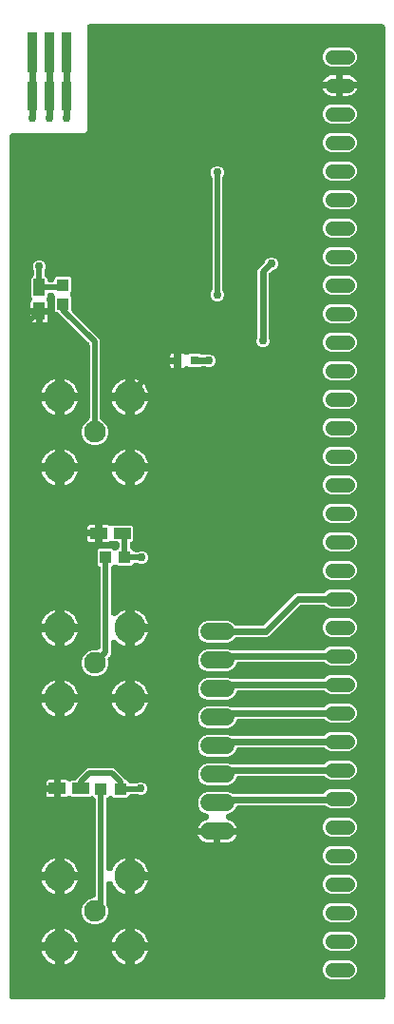
<source format=gbr>
G04 EAGLE Gerber RS-274X export*
G75*
%MOMM*%
%FSLAX34Y34*%
%LPD*%
%INTop Copper*%
%IPPOS*%
%AMOC8*
5,1,8,0,0,1.08239X$1,22.5*%
G01*
%ADD10R,0.800000X0.800000*%
%ADD11C,1.308000*%
%ADD12C,2.800000*%
%ADD13C,1.930400*%
%ADD14R,0.850000X3.550000*%
%ADD15R,0.850000X2.650000*%
%ADD16R,1.000000X1.100000*%
%ADD17R,1.100000X1.000000*%
%ADD18R,1.000000X1.500000*%
%ADD19R,1.500000X1.000000*%
%ADD20C,1.524000*%
%ADD21C,0.756400*%
%ADD22C,0.508000*%
%ADD23C,0.609600*%

G36*
X342268Y10167D02*
X342268Y10167D01*
X342344Y10165D01*
X342513Y10187D01*
X342684Y10201D01*
X342758Y10219D01*
X342833Y10229D01*
X342997Y10278D01*
X343163Y10319D01*
X343232Y10349D01*
X343306Y10371D01*
X343459Y10447D01*
X343616Y10514D01*
X343680Y10555D01*
X343749Y10588D01*
X343888Y10687D01*
X344032Y10779D01*
X344089Y10830D01*
X344151Y10874D01*
X344272Y10994D01*
X344400Y11108D01*
X344448Y11167D01*
X344502Y11221D01*
X344603Y11359D01*
X344710Y11492D01*
X344747Y11558D01*
X344792Y11619D01*
X344869Y11772D01*
X344954Y11920D01*
X344980Y11992D01*
X345015Y12060D01*
X345066Y12223D01*
X345125Y12383D01*
X345140Y12458D01*
X345163Y12530D01*
X345175Y12635D01*
X345220Y12867D01*
X345227Y13103D01*
X345239Y13208D01*
X345239Y875792D01*
X345233Y875868D01*
X345235Y875944D01*
X345213Y876113D01*
X345199Y876284D01*
X345181Y876358D01*
X345171Y876433D01*
X345122Y876597D01*
X345081Y876763D01*
X345051Y876832D01*
X345029Y876906D01*
X344953Y877059D01*
X344886Y877216D01*
X344845Y877280D01*
X344812Y877349D01*
X344713Y877488D01*
X344621Y877632D01*
X344570Y877689D01*
X344526Y877751D01*
X344406Y877872D01*
X344292Y878000D01*
X344233Y878048D01*
X344179Y878102D01*
X344041Y878203D01*
X343908Y878310D01*
X343842Y878347D01*
X343781Y878392D01*
X343628Y878469D01*
X343480Y878554D01*
X343408Y878580D01*
X343340Y878615D01*
X343177Y878666D01*
X343017Y878725D01*
X342942Y878740D01*
X342870Y878763D01*
X342765Y878775D01*
X342533Y878820D01*
X342297Y878827D01*
X342192Y878839D01*
X82296Y878839D01*
X82220Y878833D01*
X82144Y878835D01*
X81975Y878813D01*
X81804Y878799D01*
X81730Y878781D01*
X81655Y878771D01*
X81491Y878722D01*
X81325Y878681D01*
X81256Y878651D01*
X81182Y878629D01*
X81029Y878553D01*
X80872Y878486D01*
X80808Y878445D01*
X80739Y878412D01*
X80600Y878313D01*
X80456Y878221D01*
X80399Y878170D01*
X80337Y878126D01*
X80216Y878006D01*
X80088Y877892D01*
X80040Y877833D01*
X79986Y877779D01*
X79885Y877641D01*
X79778Y877508D01*
X79741Y877442D01*
X79696Y877381D01*
X79619Y877228D01*
X79534Y877080D01*
X79508Y877008D01*
X79473Y876940D01*
X79422Y876777D01*
X79363Y876617D01*
X79348Y876542D01*
X79325Y876470D01*
X79313Y876365D01*
X79268Y876133D01*
X79261Y875897D01*
X79249Y875792D01*
X79249Y784254D01*
X78785Y783133D01*
X77927Y782275D01*
X76806Y781811D01*
X13208Y781811D01*
X13132Y781805D01*
X13056Y781807D01*
X12887Y781785D01*
X12716Y781771D01*
X12642Y781753D01*
X12567Y781743D01*
X12403Y781694D01*
X12237Y781653D01*
X12168Y781623D01*
X12094Y781601D01*
X11941Y781525D01*
X11784Y781458D01*
X11720Y781417D01*
X11651Y781384D01*
X11512Y781285D01*
X11368Y781193D01*
X11311Y781142D01*
X11249Y781098D01*
X11128Y780978D01*
X11000Y780864D01*
X10952Y780805D01*
X10898Y780751D01*
X10797Y780613D01*
X10690Y780480D01*
X10653Y780414D01*
X10608Y780353D01*
X10531Y780200D01*
X10446Y780052D01*
X10420Y779980D01*
X10385Y779912D01*
X10334Y779749D01*
X10275Y779589D01*
X10260Y779514D01*
X10237Y779442D01*
X10225Y779337D01*
X10180Y779105D01*
X10173Y778869D01*
X10161Y778764D01*
X10161Y13208D01*
X10167Y13132D01*
X10165Y13056D01*
X10187Y12887D01*
X10201Y12716D01*
X10219Y12642D01*
X10229Y12567D01*
X10278Y12403D01*
X10319Y12237D01*
X10349Y12168D01*
X10371Y12094D01*
X10447Y11941D01*
X10514Y11784D01*
X10555Y11720D01*
X10588Y11651D01*
X10687Y11512D01*
X10779Y11368D01*
X10830Y11311D01*
X10874Y11249D01*
X10994Y11128D01*
X11108Y11000D01*
X11167Y10952D01*
X11221Y10898D01*
X11359Y10797D01*
X11492Y10690D01*
X11558Y10653D01*
X11619Y10608D01*
X11772Y10531D01*
X11920Y10446D01*
X11992Y10420D01*
X12060Y10385D01*
X12223Y10334D01*
X12383Y10275D01*
X12458Y10260D01*
X12530Y10237D01*
X12635Y10225D01*
X12867Y10180D01*
X13103Y10173D01*
X13208Y10161D01*
X342192Y10161D01*
X342268Y10167D01*
G37*
%LPC*%
G36*
X84042Y77247D02*
X84042Y77247D01*
X79759Y79021D01*
X76481Y82299D01*
X74707Y86582D01*
X74707Y91218D01*
X76481Y95501D01*
X79759Y98779D01*
X84042Y100553D01*
X84296Y100553D01*
X84373Y100559D01*
X84449Y100557D01*
X84618Y100579D01*
X84788Y100593D01*
X84862Y100611D01*
X84938Y100621D01*
X85101Y100670D01*
X85267Y100711D01*
X85337Y100741D01*
X85410Y100763D01*
X85563Y100839D01*
X85720Y100906D01*
X85785Y100947D01*
X85853Y100980D01*
X85992Y101079D01*
X86136Y101171D01*
X86193Y101222D01*
X86255Y101266D01*
X86377Y101386D01*
X86504Y101500D01*
X86552Y101559D01*
X86606Y101613D01*
X86707Y101751D01*
X86814Y101884D01*
X86852Y101950D01*
X86897Y102011D01*
X86974Y102164D01*
X87058Y102312D01*
X87085Y102384D01*
X87119Y102452D01*
X87170Y102615D01*
X87230Y102775D01*
X87244Y102850D01*
X87267Y102922D01*
X87279Y103027D01*
X87325Y103259D01*
X87332Y103495D01*
X87344Y103600D01*
X87344Y187756D01*
X87335Y187869D01*
X87335Y187984D01*
X87315Y188115D01*
X87304Y188247D01*
X87276Y188358D01*
X87259Y188471D01*
X87217Y188597D01*
X87185Y188726D01*
X87140Y188831D01*
X87104Y188940D01*
X87043Y189058D01*
X86991Y189180D01*
X86929Y189276D01*
X86876Y189377D01*
X86818Y189451D01*
X86725Y189596D01*
X86509Y189838D01*
X86451Y189910D01*
X85953Y190409D01*
X85895Y190458D01*
X85842Y190514D01*
X85707Y190618D01*
X85577Y190728D01*
X85511Y190768D01*
X85451Y190814D01*
X85301Y190895D01*
X85154Y190983D01*
X85083Y191011D01*
X85016Y191047D01*
X84855Y191103D01*
X84696Y191166D01*
X84622Y191183D01*
X84550Y191207D01*
X84381Y191236D01*
X84215Y191273D01*
X84138Y191277D01*
X84063Y191290D01*
X83893Y191291D01*
X83722Y191300D01*
X83646Y191292D01*
X83570Y191293D01*
X83401Y191266D01*
X83231Y191248D01*
X83158Y191228D01*
X83082Y191216D01*
X82920Y191163D01*
X82762Y191119D01*
X65630Y191119D01*
X65508Y191193D01*
X65366Y191289D01*
X65297Y191320D01*
X65232Y191359D01*
X65073Y191423D01*
X64917Y191494D01*
X64844Y191514D01*
X64774Y191543D01*
X64606Y191580D01*
X64442Y191625D01*
X64366Y191633D01*
X64292Y191649D01*
X64121Y191659D01*
X63951Y191677D01*
X63875Y191673D01*
X63799Y191677D01*
X63629Y191659D01*
X63458Y191649D01*
X63384Y191633D01*
X63309Y191625D01*
X63144Y191580D01*
X62977Y191543D01*
X62922Y191519D01*
X62833Y191494D01*
X62385Y191288D01*
X62366Y191276D01*
X62352Y191270D01*
X61456Y190752D01*
X60810Y190579D01*
X56022Y190579D01*
X56022Y198120D01*
X56022Y205661D01*
X60810Y205661D01*
X61456Y205488D01*
X62352Y204970D01*
X62506Y204897D01*
X62657Y204816D01*
X62729Y204792D01*
X62798Y204759D01*
X62962Y204712D01*
X63124Y204656D01*
X63199Y204643D01*
X63272Y204622D01*
X63442Y204602D01*
X63610Y204574D01*
X63686Y204573D01*
X63761Y204564D01*
X63933Y204572D01*
X64103Y204571D01*
X64178Y204582D01*
X64254Y204586D01*
X64422Y204621D01*
X64591Y204647D01*
X64663Y204671D01*
X64737Y204686D01*
X64897Y204748D01*
X65059Y204801D01*
X65127Y204837D01*
X65198Y204864D01*
X65345Y204950D01*
X65497Y205029D01*
X65543Y205066D01*
X65623Y205113D01*
X65632Y205121D01*
X67336Y205121D01*
X67554Y205138D01*
X67772Y205152D01*
X67800Y205158D01*
X67828Y205161D01*
X68040Y205213D01*
X68253Y205262D01*
X68279Y205273D01*
X68307Y205279D01*
X68508Y205366D01*
X68710Y205448D01*
X68734Y205463D01*
X68760Y205474D01*
X68944Y205591D01*
X69131Y205705D01*
X69152Y205724D01*
X69176Y205739D01*
X69338Y205884D01*
X69505Y206027D01*
X69523Y206049D01*
X69544Y206068D01*
X69681Y206237D01*
X69822Y206405D01*
X69833Y206426D01*
X69854Y206452D01*
X70098Y206880D01*
X70117Y206930D01*
X70125Y206944D01*
X70135Y206971D01*
X70152Y207002D01*
X70176Y207060D01*
X78622Y215506D01*
X80291Y216197D01*
X102208Y216197D01*
X103877Y215506D01*
X113023Y206361D01*
X113028Y206353D01*
X113112Y206271D01*
X113163Y206221D01*
X113172Y206212D01*
X113185Y206200D01*
X113338Y206045D01*
X113361Y206028D01*
X113382Y206008D01*
X113561Y205883D01*
X113737Y205754D01*
X113763Y205742D01*
X113786Y205725D01*
X113982Y205631D01*
X114178Y205532D01*
X114205Y205524D01*
X114230Y205511D01*
X114439Y205450D01*
X114632Y205389D01*
X116778Y203243D01*
X116796Y203228D01*
X116832Y203187D01*
X116891Y203139D01*
X116945Y203085D01*
X117077Y202989D01*
X117154Y202923D01*
X117172Y202912D01*
X117216Y202877D01*
X117282Y202839D01*
X117344Y202794D01*
X117493Y202719D01*
X117576Y202669D01*
X117594Y202662D01*
X117645Y202633D01*
X117716Y202606D01*
X117784Y202572D01*
X117946Y202521D01*
X118034Y202486D01*
X118052Y202482D01*
X118107Y202461D01*
X118182Y202447D01*
X118255Y202424D01*
X118360Y202412D01*
X118426Y202399D01*
X118516Y202379D01*
X118533Y202378D01*
X118591Y202367D01*
X118828Y202359D01*
X118932Y202347D01*
X121787Y202347D01*
X121901Y202357D01*
X122015Y202356D01*
X122147Y202377D01*
X122279Y202387D01*
X122390Y202415D01*
X122503Y202433D01*
X122629Y202474D01*
X122758Y202506D01*
X122863Y202551D01*
X122971Y202587D01*
X123089Y202648D01*
X123211Y202701D01*
X123307Y202762D01*
X123409Y202815D01*
X123482Y202873D01*
X123627Y202966D01*
X123662Y202996D01*
X125850Y203903D01*
X128150Y203903D01*
X130276Y203022D01*
X131902Y201396D01*
X132783Y199270D01*
X132783Y196970D01*
X131902Y194844D01*
X130276Y193218D01*
X128150Y192337D01*
X125850Y192337D01*
X124168Y193034D01*
X124158Y193037D01*
X124150Y193041D01*
X123922Y193113D01*
X123698Y193185D01*
X123689Y193187D01*
X123679Y193190D01*
X123639Y193194D01*
X123210Y193259D01*
X123080Y193257D01*
X123002Y193266D01*
X118932Y193266D01*
X118856Y193260D01*
X118780Y193262D01*
X118721Y193254D01*
X118704Y193254D01*
X118614Y193240D01*
X118611Y193240D01*
X118441Y193226D01*
X118367Y193208D01*
X118291Y193198D01*
X118234Y193181D01*
X118217Y193178D01*
X118127Y193148D01*
X117962Y193107D01*
X117892Y193077D01*
X117819Y193055D01*
X117766Y193029D01*
X117748Y193024D01*
X117663Y192979D01*
X117509Y192913D01*
X117444Y192872D01*
X117376Y192838D01*
X117329Y192805D01*
X117311Y192796D01*
X117272Y192765D01*
X117236Y192739D01*
X117092Y192648D01*
X117036Y192597D01*
X116974Y192553D01*
X116852Y192433D01*
X116819Y192404D01*
X116778Y192370D01*
X116740Y192333D01*
X116725Y192319D01*
X116718Y192310D01*
X114713Y190306D01*
X103056Y190306D01*
X102539Y190822D01*
X102481Y190872D01*
X102429Y190927D01*
X102293Y191031D01*
X102163Y191142D01*
X102098Y191181D01*
X102038Y191228D01*
X101887Y191308D01*
X101741Y191397D01*
X101670Y191425D01*
X101603Y191461D01*
X101441Y191516D01*
X101283Y191580D01*
X101208Y191596D01*
X101136Y191621D01*
X100968Y191649D01*
X100801Y191686D01*
X100725Y191691D01*
X100650Y191703D01*
X100479Y191705D01*
X100308Y191714D01*
X100233Y191706D01*
X100157Y191706D01*
X99988Y191680D01*
X99818Y191662D01*
X99744Y191642D01*
X99669Y191630D01*
X99507Y191576D01*
X99342Y191531D01*
X99273Y191499D01*
X99201Y191476D01*
X99049Y191397D01*
X98894Y191325D01*
X98831Y191283D01*
X98763Y191248D01*
X98680Y191182D01*
X98484Y191050D01*
X98312Y190888D01*
X98230Y190823D01*
X97318Y189911D01*
X97244Y189823D01*
X97163Y189743D01*
X97084Y189636D01*
X96998Y189535D01*
X96939Y189437D01*
X96872Y189344D01*
X96812Y189226D01*
X96744Y189112D01*
X96701Y189006D01*
X96650Y188904D01*
X96610Y188777D01*
X96561Y188654D01*
X96536Y188542D01*
X96502Y188434D01*
X96491Y188340D01*
X96454Y188172D01*
X96436Y187848D01*
X96425Y187756D01*
X96425Y127477D01*
X96437Y127335D01*
X96439Y127193D01*
X96457Y127090D01*
X96465Y126986D01*
X96499Y126847D01*
X96524Y126707D01*
X96559Y126608D01*
X96584Y126507D01*
X96640Y126376D01*
X96687Y126241D01*
X96737Y126149D01*
X96778Y126053D01*
X96855Y125933D01*
X96923Y125808D01*
X96987Y125725D01*
X97043Y125637D01*
X97138Y125531D01*
X97226Y125418D01*
X97302Y125347D01*
X97372Y125269D01*
X97483Y125180D01*
X97588Y125083D01*
X97675Y125025D01*
X97756Y124959D01*
X97880Y124889D01*
X97999Y124810D01*
X98094Y124767D01*
X98185Y124715D01*
X98318Y124666D01*
X98448Y124607D01*
X98549Y124580D01*
X98647Y124544D01*
X98787Y124516D01*
X98925Y124480D01*
X99029Y124469D01*
X99131Y124449D01*
X99274Y124445D01*
X99416Y124431D01*
X99520Y124437D01*
X99625Y124434D01*
X99766Y124452D01*
X99908Y124461D01*
X100010Y124485D01*
X100114Y124498D01*
X100250Y124539D01*
X100389Y124571D01*
X100486Y124611D01*
X100586Y124641D01*
X100714Y124703D01*
X100846Y124757D01*
X100935Y124812D01*
X101029Y124858D01*
X101145Y124940D01*
X101267Y125014D01*
X101346Y125083D01*
X101431Y125143D01*
X101533Y125243D01*
X101641Y125336D01*
X101708Y125416D01*
X101782Y125490D01*
X101866Y125605D01*
X101958Y125714D01*
X101996Y125783D01*
X102073Y125889D01*
X102268Y126276D01*
X102288Y126311D01*
X102793Y127532D01*
X103877Y129409D01*
X105197Y131130D01*
X106730Y132663D01*
X108451Y133983D01*
X110329Y135067D01*
X112332Y135897D01*
X113661Y136253D01*
X113661Y121152D01*
X113667Y121076D01*
X113665Y121000D01*
X113687Y120831D01*
X113701Y120660D01*
X113719Y120587D01*
X113729Y120511D01*
X113778Y120347D01*
X113818Y120189D01*
X113775Y120073D01*
X113760Y119998D01*
X113737Y119926D01*
X113725Y119821D01*
X113680Y119589D01*
X113673Y119353D01*
X113661Y119248D01*
X113661Y104147D01*
X112332Y104503D01*
X110329Y105333D01*
X108451Y106417D01*
X106730Y107737D01*
X105197Y109270D01*
X103877Y110991D01*
X102793Y112868D01*
X102288Y114089D01*
X102223Y114216D01*
X102167Y114347D01*
X102110Y114435D01*
X102063Y114528D01*
X101978Y114643D01*
X101901Y114763D01*
X101832Y114841D01*
X101770Y114925D01*
X101668Y115024D01*
X101573Y115131D01*
X101491Y115196D01*
X101417Y115269D01*
X101300Y115351D01*
X101189Y115441D01*
X101098Y115492D01*
X101012Y115552D01*
X100884Y115614D01*
X100760Y115685D01*
X100662Y115721D01*
X100568Y115766D01*
X100431Y115807D01*
X100298Y115856D01*
X100195Y115876D01*
X100095Y115906D01*
X99953Y115924D01*
X99813Y115951D01*
X99709Y115954D01*
X99605Y115967D01*
X99463Y115962D01*
X99320Y115966D01*
X99217Y115953D01*
X99112Y115949D01*
X98972Y115920D01*
X98831Y115902D01*
X98731Y115872D01*
X98629Y115851D01*
X98495Y115800D01*
X98359Y115759D01*
X98265Y115713D01*
X98167Y115676D01*
X98044Y115605D01*
X97916Y115542D01*
X97831Y115482D01*
X97740Y115430D01*
X97630Y115339D01*
X97514Y115257D01*
X97439Y115183D01*
X97358Y115117D01*
X97264Y115011D01*
X97163Y114910D01*
X97101Y114826D01*
X97032Y114747D01*
X96956Y114627D01*
X96872Y114511D01*
X96825Y114418D01*
X96769Y114330D01*
X96714Y114198D01*
X96650Y114071D01*
X96618Y113971D01*
X96578Y113875D01*
X96544Y113736D01*
X96502Y113601D01*
X96493Y113522D01*
X96462Y113395D01*
X96430Y112963D01*
X96425Y112923D01*
X96425Y95657D01*
X96426Y95647D01*
X96425Y95637D01*
X96446Y95402D01*
X96465Y95165D01*
X96467Y95155D01*
X96468Y95146D01*
X96479Y95107D01*
X96584Y94686D01*
X96635Y94566D01*
X96657Y94491D01*
X98013Y91218D01*
X98013Y86582D01*
X96239Y82299D01*
X92961Y79021D01*
X88678Y77247D01*
X84042Y77247D01*
G37*
%LPD*%
%LPC*%
G36*
X84042Y298227D02*
X84042Y298227D01*
X79759Y300001D01*
X76481Y303279D01*
X74707Y307562D01*
X74707Y312198D01*
X76481Y316481D01*
X79759Y319759D01*
X84042Y321533D01*
X88433Y321533D01*
X88509Y321539D01*
X88585Y321537D01*
X88754Y321559D01*
X88924Y321573D01*
X88998Y321591D01*
X89074Y321601D01*
X89237Y321650D01*
X89403Y321691D01*
X89473Y321721D01*
X89546Y321743D01*
X89700Y321819D01*
X89856Y321886D01*
X89921Y321927D01*
X89989Y321960D01*
X90129Y322059D01*
X90273Y322151D01*
X90329Y322202D01*
X90391Y322246D01*
X90513Y322366D01*
X90640Y322480D01*
X90688Y322539D01*
X90742Y322593D01*
X90843Y322731D01*
X90950Y322864D01*
X90988Y322930D01*
X91033Y322991D01*
X91110Y323144D01*
X91194Y323292D01*
X91221Y323364D01*
X91255Y323432D01*
X91307Y323595D01*
X91366Y323755D01*
X91381Y323830D01*
X91403Y323902D01*
X91415Y324007D01*
X91461Y324239D01*
X91468Y324475D01*
X91480Y324580D01*
X91480Y393919D01*
X91471Y394033D01*
X91471Y394147D01*
X91451Y394279D01*
X91440Y394411D01*
X91412Y394522D01*
X91395Y394635D01*
X91353Y394761D01*
X91321Y394890D01*
X91276Y394995D01*
X91240Y395103D01*
X91179Y395221D01*
X91127Y395343D01*
X91065Y395440D01*
X91013Y395541D01*
X90954Y395614D01*
X90862Y395759D01*
X90645Y396001D01*
X90587Y396074D01*
X89020Y397642D01*
X89020Y410299D01*
X90192Y411471D01*
X101849Y411471D01*
X102366Y410955D01*
X102424Y410905D01*
X102476Y410850D01*
X102612Y410746D01*
X102742Y410635D01*
X102807Y410596D01*
X102867Y410549D01*
X103018Y410469D01*
X103164Y410380D01*
X103235Y410352D01*
X103302Y410316D01*
X103464Y410261D01*
X103622Y410197D01*
X103697Y410181D01*
X103769Y410156D01*
X103937Y410128D01*
X104104Y410091D01*
X104180Y410086D01*
X104255Y410074D01*
X104426Y410072D01*
X104597Y410063D01*
X104672Y410071D01*
X104749Y410071D01*
X104918Y410097D01*
X105087Y410115D01*
X105160Y410135D01*
X105236Y410147D01*
X105398Y410201D01*
X105563Y410246D01*
X105632Y410278D01*
X105705Y410301D01*
X105856Y410380D01*
X106011Y410452D01*
X106075Y410494D01*
X106142Y410529D01*
X106224Y410595D01*
X106421Y410727D01*
X106593Y410889D01*
X106675Y410955D01*
X107587Y411867D01*
X107661Y411954D01*
X107742Y412034D01*
X107821Y412141D01*
X107907Y412243D01*
X107966Y412340D01*
X108033Y412433D01*
X108093Y412551D01*
X108161Y412665D01*
X108204Y412771D01*
X108255Y412873D01*
X108295Y413000D01*
X108344Y413123D01*
X108369Y413235D01*
X108403Y413344D01*
X108414Y413437D01*
X108451Y413605D01*
X108469Y413929D01*
X108480Y414021D01*
X108480Y415402D01*
X108474Y415478D01*
X108476Y415554D01*
X108454Y415723D01*
X108440Y415894D01*
X108422Y415968D01*
X108412Y416043D01*
X108362Y416207D01*
X108321Y416373D01*
X108291Y416442D01*
X108269Y416516D01*
X108194Y416669D01*
X108127Y416826D01*
X108086Y416890D01*
X108052Y416959D01*
X107953Y417098D01*
X107862Y417242D01*
X107811Y417299D01*
X107767Y417361D01*
X107647Y417482D01*
X107533Y417610D01*
X107474Y417658D01*
X107420Y417712D01*
X107282Y417813D01*
X107149Y417920D01*
X107083Y417957D01*
X107021Y418002D01*
X106869Y418079D01*
X106720Y418164D01*
X106649Y418190D01*
X106581Y418225D01*
X106418Y418276D01*
X106258Y418335D01*
X106183Y418350D01*
X106110Y418373D01*
X106005Y418385D01*
X105774Y418430D01*
X105537Y418437D01*
X105433Y418449D01*
X102460Y418449D01*
X102338Y418523D01*
X102196Y418619D01*
X102127Y418650D01*
X102062Y418689D01*
X101903Y418753D01*
X101747Y418824D01*
X101674Y418844D01*
X101604Y418873D01*
X101436Y418910D01*
X101272Y418955D01*
X101196Y418963D01*
X101122Y418979D01*
X100951Y418989D01*
X100781Y419007D01*
X100705Y419003D01*
X100629Y419007D01*
X100459Y418989D01*
X100288Y418979D01*
X100214Y418963D01*
X100139Y418955D01*
X99974Y418910D01*
X99807Y418873D01*
X99752Y418849D01*
X99663Y418824D01*
X99215Y418618D01*
X99196Y418606D01*
X99182Y418600D01*
X98286Y418082D01*
X97640Y417909D01*
X92852Y417909D01*
X92852Y425450D01*
X92852Y432991D01*
X97640Y432991D01*
X98286Y432818D01*
X99182Y432300D01*
X99336Y432227D01*
X99487Y432146D01*
X99559Y432122D01*
X99628Y432089D01*
X99792Y432042D01*
X99954Y431986D01*
X100029Y431973D01*
X100102Y431952D01*
X100272Y431932D01*
X100440Y431904D01*
X100516Y431903D01*
X100591Y431894D01*
X100763Y431902D01*
X100933Y431901D01*
X101008Y431912D01*
X101084Y431916D01*
X101252Y431951D01*
X101421Y431977D01*
X101493Y432001D01*
X101567Y432016D01*
X101727Y432078D01*
X101889Y432131D01*
X101957Y432167D01*
X102028Y432194D01*
X102175Y432280D01*
X102327Y432359D01*
X102373Y432396D01*
X102453Y432443D01*
X102462Y432451D01*
X119184Y432451D01*
X120356Y431279D01*
X120356Y419621D01*
X118454Y417719D01*
X118380Y417632D01*
X118299Y417552D01*
X118220Y417445D01*
X118134Y417343D01*
X118075Y417245D01*
X118008Y417153D01*
X117948Y417035D01*
X117880Y416921D01*
X117837Y416815D01*
X117786Y416713D01*
X117746Y416586D01*
X117697Y416463D01*
X117672Y416351D01*
X117638Y416242D01*
X117627Y416149D01*
X117590Y415981D01*
X117572Y415657D01*
X117561Y415565D01*
X117561Y414021D01*
X117570Y413908D01*
X117570Y413793D01*
X117590Y413662D01*
X117601Y413530D01*
X117629Y413419D01*
X117646Y413306D01*
X117688Y413180D01*
X117720Y413051D01*
X117765Y412946D01*
X117801Y412837D01*
X117862Y412719D01*
X117914Y412597D01*
X117976Y412501D01*
X118029Y412400D01*
X118087Y412326D01*
X118180Y412181D01*
X118396Y411939D01*
X118454Y411867D01*
X120914Y409407D01*
X120932Y409391D01*
X120968Y409350D01*
X121028Y409303D01*
X121081Y409248D01*
X121213Y409152D01*
X121290Y409087D01*
X121308Y409076D01*
X121352Y409040D01*
X121418Y409003D01*
X121480Y408958D01*
X121629Y408883D01*
X121712Y408832D01*
X121730Y408825D01*
X121781Y408796D01*
X121852Y408770D01*
X121920Y408736D01*
X122082Y408685D01*
X122170Y408649D01*
X122188Y408646D01*
X122243Y408625D01*
X122318Y408610D01*
X122391Y408587D01*
X122496Y408576D01*
X122562Y408563D01*
X122652Y408543D01*
X122669Y408542D01*
X122728Y408530D01*
X122964Y408523D01*
X123069Y408511D01*
X123781Y408511D01*
X123791Y408512D01*
X123801Y408511D01*
X124036Y408532D01*
X124273Y408551D01*
X124283Y408553D01*
X124292Y408554D01*
X124331Y408565D01*
X124752Y408670D01*
X124872Y408721D01*
X124948Y408743D01*
X127120Y409643D01*
X129420Y409643D01*
X131546Y408762D01*
X133172Y407136D01*
X134053Y405010D01*
X134053Y402710D01*
X133172Y400584D01*
X131546Y398958D01*
X129420Y398077D01*
X127120Y398077D01*
X124460Y399179D01*
X124408Y399205D01*
X124282Y399245D01*
X124158Y399294D01*
X124047Y399319D01*
X123938Y399353D01*
X123844Y399364D01*
X123677Y399401D01*
X123500Y399411D01*
X123477Y399414D01*
X123445Y399414D01*
X123352Y399419D01*
X123260Y399430D01*
X123069Y399430D01*
X122992Y399423D01*
X122916Y399426D01*
X122857Y399418D01*
X122841Y399418D01*
X122750Y399404D01*
X122747Y399403D01*
X122577Y399390D01*
X122503Y399371D01*
X122427Y399361D01*
X122370Y399344D01*
X122353Y399341D01*
X122263Y399312D01*
X122098Y399271D01*
X122028Y399241D01*
X121955Y399219D01*
X121902Y399193D01*
X121885Y399187D01*
X121799Y399143D01*
X121645Y399076D01*
X121580Y399035D01*
X121512Y399002D01*
X121465Y398969D01*
X121447Y398959D01*
X121408Y398928D01*
X121373Y398903D01*
X121229Y398811D01*
X121172Y398761D01*
X121110Y398716D01*
X120988Y398596D01*
X120955Y398567D01*
X120914Y398534D01*
X120876Y398497D01*
X120861Y398483D01*
X120854Y398474D01*
X118849Y396470D01*
X107192Y396470D01*
X106675Y396986D01*
X106617Y397035D01*
X106565Y397091D01*
X106429Y397195D01*
X106299Y397306D01*
X106234Y397345D01*
X106174Y397391D01*
X106023Y397472D01*
X105877Y397560D01*
X105806Y397588D01*
X105739Y397624D01*
X105577Y397680D01*
X105419Y397743D01*
X105344Y397760D01*
X105272Y397784D01*
X105104Y397813D01*
X104937Y397850D01*
X104861Y397854D01*
X104786Y397867D01*
X104615Y397868D01*
X104445Y397878D01*
X104369Y397870D01*
X104293Y397870D01*
X104124Y397844D01*
X103954Y397826D01*
X103880Y397805D01*
X103805Y397793D01*
X103643Y397740D01*
X103478Y397695D01*
X103409Y397663D01*
X103337Y397639D01*
X103185Y397560D01*
X103030Y397489D01*
X102967Y397447D01*
X102899Y397411D01*
X102817Y397346D01*
X102621Y397214D01*
X102448Y397052D01*
X102366Y396986D01*
X101454Y396074D01*
X101380Y395987D01*
X101299Y395907D01*
X101220Y395800D01*
X101134Y395698D01*
X101075Y395600D01*
X101008Y395508D01*
X100948Y395390D01*
X100880Y395276D01*
X100837Y395170D01*
X100786Y395068D01*
X100746Y394941D01*
X100697Y394818D01*
X100672Y394706D01*
X100638Y394597D01*
X100627Y394504D01*
X100590Y394336D01*
X100572Y394012D01*
X100561Y393919D01*
X100561Y354830D01*
X100564Y354792D01*
X100562Y354754D01*
X100584Y354546D01*
X100601Y354338D01*
X100610Y354301D01*
X100614Y354263D01*
X100670Y354062D01*
X100720Y353860D01*
X100735Y353824D01*
X100745Y353788D01*
X100832Y353598D01*
X100914Y353406D01*
X100935Y353374D01*
X100951Y353339D01*
X101068Y353166D01*
X101180Y352990D01*
X101205Y352962D01*
X101226Y352930D01*
X101369Y352778D01*
X101508Y352622D01*
X101538Y352598D01*
X101564Y352570D01*
X101730Y352443D01*
X101892Y352312D01*
X101925Y352293D01*
X101955Y352270D01*
X102139Y352172D01*
X102321Y352068D01*
X102357Y352055D01*
X102390Y352037D01*
X102587Y351969D01*
X102783Y351897D01*
X102821Y351889D01*
X102857Y351877D01*
X103063Y351842D01*
X103268Y351802D01*
X103305Y351801D01*
X103343Y351794D01*
X103553Y351793D01*
X103761Y351787D01*
X103798Y351792D01*
X103837Y351791D01*
X104043Y351824D01*
X104250Y351851D01*
X104286Y351862D01*
X104324Y351868D01*
X104522Y351933D01*
X104722Y351994D01*
X104756Y352010D01*
X104793Y352022D01*
X104977Y352119D01*
X105165Y352210D01*
X105196Y352233D01*
X105230Y352250D01*
X105303Y352308D01*
X105567Y352496D01*
X105690Y352617D01*
X105763Y352675D01*
X106730Y353643D01*
X108451Y354963D01*
X110329Y356047D01*
X112332Y356877D01*
X113661Y357233D01*
X113661Y342132D01*
X113667Y342056D01*
X113665Y341980D01*
X113687Y341811D01*
X113701Y341640D01*
X113719Y341567D01*
X113729Y341491D01*
X113778Y341327D01*
X113818Y341169D01*
X113775Y341053D01*
X113760Y340978D01*
X113737Y340906D01*
X113725Y340801D01*
X113680Y340569D01*
X113673Y340333D01*
X113661Y340228D01*
X113661Y325127D01*
X112332Y325483D01*
X110329Y326313D01*
X108451Y327397D01*
X106730Y328717D01*
X105763Y329685D01*
X105734Y329709D01*
X105709Y329738D01*
X105546Y329869D01*
X105387Y330004D01*
X105355Y330024D01*
X105325Y330048D01*
X105144Y330151D01*
X104965Y330259D01*
X104929Y330273D01*
X104896Y330292D01*
X104701Y330364D01*
X104507Y330442D01*
X104469Y330450D01*
X104434Y330463D01*
X104229Y330503D01*
X104025Y330549D01*
X103987Y330551D01*
X103950Y330558D01*
X103742Y330564D01*
X103532Y330576D01*
X103494Y330572D01*
X103456Y330573D01*
X103250Y330546D01*
X103042Y330524D01*
X103005Y330514D01*
X102967Y330509D01*
X102767Y330449D01*
X102566Y330393D01*
X102532Y330377D01*
X102495Y330366D01*
X102307Y330275D01*
X102118Y330188D01*
X102086Y330166D01*
X102052Y330150D01*
X101882Y330029D01*
X101708Y329912D01*
X101681Y329886D01*
X101650Y329864D01*
X101501Y329717D01*
X101349Y329574D01*
X101326Y329544D01*
X101299Y329517D01*
X101176Y329349D01*
X101049Y329183D01*
X101031Y329149D01*
X101008Y329119D01*
X100914Y328932D01*
X100815Y328748D01*
X100803Y328712D01*
X100786Y328678D01*
X100723Y328479D01*
X100655Y328282D01*
X100649Y328244D01*
X100638Y328208D01*
X100627Y328115D01*
X100573Y327795D01*
X100572Y327623D01*
X100561Y327530D01*
X100561Y318187D01*
X99870Y316518D01*
X98731Y315379D01*
X98590Y315213D01*
X98445Y315049D01*
X98430Y315025D01*
X98412Y315003D01*
X98299Y314815D01*
X98183Y314631D01*
X98172Y314605D01*
X98157Y314581D01*
X98076Y314377D01*
X97991Y314176D01*
X97984Y314149D01*
X97974Y314122D01*
X97927Y313909D01*
X97875Y313697D01*
X97873Y313669D01*
X97867Y313641D01*
X97855Y313422D01*
X97839Y313205D01*
X97841Y313177D01*
X97840Y313148D01*
X97863Y312931D01*
X97882Y312714D01*
X97888Y312691D01*
X97892Y312658D01*
X98013Y312217D01*
X98013Y307562D01*
X96239Y303279D01*
X92961Y300001D01*
X88678Y298227D01*
X84042Y298227D01*
G37*
%LPD*%
%LPC*%
G36*
X84042Y503967D02*
X84042Y503967D01*
X79759Y505741D01*
X76481Y509019D01*
X74707Y513302D01*
X74707Y517938D01*
X76481Y522221D01*
X79759Y525499D01*
X79938Y525573D01*
X80133Y525672D01*
X80329Y525768D01*
X80352Y525785D01*
X80377Y525798D01*
X80553Y525927D01*
X80731Y526054D01*
X80751Y526074D01*
X80774Y526091D01*
X80927Y526247D01*
X81082Y526401D01*
X81099Y526423D01*
X81118Y526444D01*
X81244Y526624D01*
X81372Y526799D01*
X81385Y526825D01*
X81401Y526848D01*
X81496Y527045D01*
X81595Y527240D01*
X81603Y527267D01*
X81615Y527292D01*
X81677Y527501D01*
X81743Y527710D01*
X81746Y527734D01*
X81755Y527766D01*
X81816Y528255D01*
X81813Y528336D01*
X81819Y528388D01*
X81819Y593003D01*
X81810Y593116D01*
X81811Y593231D01*
X81790Y593362D01*
X81779Y593494D01*
X81752Y593605D01*
X81734Y593718D01*
X81693Y593844D01*
X81661Y593973D01*
X81616Y594078D01*
X81580Y594187D01*
X81518Y594305D01*
X81466Y594427D01*
X81405Y594523D01*
X81352Y594624D01*
X81293Y594698D01*
X81201Y594843D01*
X80985Y595085D01*
X80927Y595157D01*
X54422Y621662D01*
X54335Y621736D01*
X54254Y621818D01*
X54147Y621896D01*
X54046Y621982D01*
X53948Y622041D01*
X53856Y622108D01*
X53737Y622168D01*
X53623Y622237D01*
X53517Y622279D01*
X53415Y622330D01*
X53288Y622370D01*
X53165Y622420D01*
X53054Y622444D01*
X52945Y622479D01*
X52851Y622489D01*
X52684Y622526D01*
X52359Y622545D01*
X52267Y622555D01*
X51701Y622555D01*
X50529Y623727D01*
X50529Y636320D01*
X50531Y636326D01*
X50537Y636533D01*
X50549Y636741D01*
X50545Y636780D01*
X50546Y636819D01*
X50519Y637025D01*
X50497Y637231D01*
X50487Y637269D01*
X50481Y637308D01*
X50421Y637507D01*
X50367Y637707D01*
X50350Y637743D01*
X50339Y637781D01*
X50247Y637967D01*
X50161Y638156D01*
X50139Y638188D01*
X50122Y638224D01*
X50002Y638393D01*
X49886Y638565D01*
X49859Y638594D01*
X49837Y638626D01*
X49691Y638774D01*
X49549Y638925D01*
X49518Y638949D01*
X49490Y638977D01*
X49322Y639099D01*
X49158Y639226D01*
X49123Y639244D01*
X49091Y639267D01*
X48906Y639361D01*
X48723Y639459D01*
X48686Y639472D01*
X48651Y639490D01*
X48453Y639552D01*
X48256Y639620D01*
X48218Y639626D01*
X48180Y639638D01*
X48087Y639649D01*
X47770Y639702D01*
X47596Y639704D01*
X47502Y639714D01*
X46878Y639714D01*
X46802Y639708D01*
X46726Y639710D01*
X46557Y639688D01*
X46386Y639674D01*
X46312Y639656D01*
X46237Y639646D01*
X46073Y639597D01*
X45907Y639556D01*
X45838Y639526D01*
X45764Y639504D01*
X45611Y639428D01*
X45454Y639361D01*
X45390Y639320D01*
X45321Y639287D01*
X45182Y639188D01*
X45038Y639096D01*
X44981Y639045D01*
X44919Y639001D01*
X44798Y638881D01*
X44670Y638767D01*
X44622Y638708D01*
X44568Y638654D01*
X44467Y638516D01*
X44360Y638383D01*
X44323Y638317D01*
X44278Y638256D01*
X44201Y638103D01*
X44116Y637955D01*
X44090Y637883D01*
X44055Y637815D01*
X44004Y637652D01*
X43945Y637492D01*
X43930Y637417D01*
X43907Y637345D01*
X43895Y637240D01*
X43850Y637008D01*
X43843Y636772D01*
X43831Y636667D01*
X43831Y635860D01*
X43757Y635738D01*
X43661Y635596D01*
X43630Y635527D01*
X43591Y635462D01*
X43527Y635303D01*
X43456Y635147D01*
X43436Y635074D01*
X43407Y635004D01*
X43370Y634836D01*
X43325Y634672D01*
X43317Y634596D01*
X43301Y634522D01*
X43291Y634351D01*
X43273Y634181D01*
X43277Y634105D01*
X43273Y634029D01*
X43291Y633859D01*
X43301Y633688D01*
X43317Y633614D01*
X43325Y633539D01*
X43370Y633374D01*
X43407Y633207D01*
X43431Y633152D01*
X43456Y633063D01*
X43662Y632615D01*
X43674Y632596D01*
X43680Y632582D01*
X44198Y631686D01*
X44371Y631040D01*
X44371Y626252D01*
X36830Y626252D01*
X29289Y626252D01*
X29289Y631040D01*
X29462Y631686D01*
X29980Y632582D01*
X30053Y632736D01*
X30134Y632887D01*
X30158Y632959D01*
X30191Y633028D01*
X30238Y633192D01*
X30294Y633354D01*
X30307Y633429D01*
X30328Y633502D01*
X30348Y633672D01*
X30376Y633840D01*
X30377Y633916D01*
X30386Y633991D01*
X30378Y634163D01*
X30379Y634333D01*
X30368Y634408D01*
X30364Y634484D01*
X30329Y634652D01*
X30303Y634821D01*
X30279Y634893D01*
X30264Y634967D01*
X30202Y635127D01*
X30149Y635289D01*
X30113Y635357D01*
X30086Y635428D01*
X30000Y635575D01*
X29921Y635727D01*
X29884Y635773D01*
X29837Y635853D01*
X29829Y635862D01*
X29829Y652584D01*
X31397Y654151D01*
X31471Y654238D01*
X31552Y654318D01*
X31630Y654426D01*
X31716Y654527D01*
X31775Y654625D01*
X31842Y654717D01*
X31902Y654836D01*
X31971Y654950D01*
X32013Y655056D01*
X32065Y655158D01*
X32105Y655285D01*
X32154Y655408D01*
X32179Y655519D01*
X32213Y655628D01*
X32223Y655722D01*
X32261Y655889D01*
X32279Y656214D01*
X32289Y656306D01*
X32289Y658185D01*
X32288Y658195D01*
X32289Y658204D01*
X32269Y658440D01*
X32249Y658677D01*
X32247Y658686D01*
X32246Y658696D01*
X32235Y658734D01*
X32131Y659156D01*
X32079Y659276D01*
X32057Y659351D01*
X31047Y661790D01*
X31047Y664090D01*
X31928Y666216D01*
X33554Y667842D01*
X35680Y668723D01*
X37980Y668723D01*
X40106Y667842D01*
X41732Y666216D01*
X42613Y664090D01*
X42613Y661790D01*
X41603Y659351D01*
X41600Y659342D01*
X41595Y659333D01*
X41524Y659107D01*
X41451Y658882D01*
X41450Y658872D01*
X41447Y658863D01*
X41442Y658822D01*
X41378Y658394D01*
X41380Y658263D01*
X41371Y658185D01*
X41371Y656306D01*
X41380Y656192D01*
X41379Y656078D01*
X41400Y655947D01*
X41411Y655814D01*
X41438Y655703D01*
X41456Y655591D01*
X41497Y655464D01*
X41529Y655335D01*
X41574Y655231D01*
X41610Y655122D01*
X41672Y655004D01*
X41724Y654882D01*
X41785Y654786D01*
X41838Y654684D01*
X41897Y654611D01*
X41989Y654466D01*
X42205Y654224D01*
X42263Y654151D01*
X43831Y652584D01*
X43831Y651843D01*
X43837Y651767D01*
X43835Y651691D01*
X43857Y651522D01*
X43871Y651351D01*
X43889Y651277D01*
X43899Y651202D01*
X43948Y651038D01*
X43989Y650872D01*
X44019Y650803D01*
X44041Y650729D01*
X44117Y650576D01*
X44184Y650419D01*
X44225Y650355D01*
X44258Y650286D01*
X44357Y650147D01*
X44449Y650003D01*
X44500Y649946D01*
X44544Y649884D01*
X44664Y649763D01*
X44778Y649635D01*
X44837Y649587D01*
X44891Y649533D01*
X45029Y649432D01*
X45162Y649325D01*
X45228Y649288D01*
X45289Y649243D01*
X45442Y649166D01*
X45590Y649081D01*
X45662Y649055D01*
X45730Y649020D01*
X45893Y648969D01*
X46053Y648910D01*
X46128Y648895D01*
X46200Y648872D01*
X46305Y648860D01*
X46537Y648815D01*
X46773Y648808D01*
X46878Y648796D01*
X47482Y648796D01*
X47558Y648802D01*
X47634Y648800D01*
X47803Y648822D01*
X47974Y648836D01*
X48048Y648854D01*
X48123Y648864D01*
X48287Y648913D01*
X48453Y648954D01*
X48523Y648984D01*
X48596Y649006D01*
X48749Y649082D01*
X48906Y649149D01*
X48970Y649190D01*
X49039Y649223D01*
X49178Y649322D01*
X49322Y649414D01*
X49379Y649465D01*
X49441Y649509D01*
X49563Y649629D01*
X49690Y649743D01*
X49738Y649802D01*
X49792Y649856D01*
X49893Y649994D01*
X50000Y650127D01*
X50038Y650193D01*
X50082Y650254D01*
X50159Y650407D01*
X50244Y650555D01*
X50270Y650627D01*
X50305Y650695D01*
X50356Y650858D01*
X50416Y651018D01*
X50430Y651093D01*
X50453Y651165D01*
X50465Y651270D01*
X50510Y651502D01*
X50518Y651738D01*
X50529Y651843D01*
X50529Y652385D01*
X51701Y653556D01*
X64359Y653556D01*
X65531Y652385D01*
X65531Y640727D01*
X65014Y640211D01*
X64965Y640152D01*
X64909Y640100D01*
X64805Y639965D01*
X64695Y639835D01*
X64656Y639769D01*
X64609Y639709D01*
X64528Y639558D01*
X64440Y639412D01*
X64412Y639341D01*
X64376Y639274D01*
X64320Y639112D01*
X64257Y638954D01*
X64241Y638880D01*
X64216Y638807D01*
X64187Y638639D01*
X64150Y638472D01*
X64146Y638396D01*
X64133Y638321D01*
X64132Y638150D01*
X64123Y637980D01*
X64131Y637904D01*
X64130Y637828D01*
X64157Y637659D01*
X64175Y637489D01*
X64195Y637416D01*
X64207Y637340D01*
X64260Y637178D01*
X64306Y637013D01*
X64337Y636944D01*
X64361Y636872D01*
X64440Y636720D01*
X64511Y636565D01*
X64554Y636502D01*
X64589Y636434D01*
X64655Y636352D01*
X64787Y636156D01*
X64949Y635983D01*
X65014Y635901D01*
X65531Y635385D01*
X65531Y624659D01*
X65540Y624545D01*
X65539Y624431D01*
X65560Y624299D01*
X65571Y624167D01*
X65598Y624056D01*
X65616Y623943D01*
X65658Y623817D01*
X65690Y623688D01*
X65735Y623583D01*
X65770Y623475D01*
X65832Y623357D01*
X65884Y623235D01*
X65945Y623139D01*
X65998Y623037D01*
X66057Y622964D01*
X66149Y622819D01*
X66366Y622577D01*
X66423Y622504D01*
X90209Y598718D01*
X90901Y597049D01*
X90901Y528388D01*
X90918Y528170D01*
X90932Y527952D01*
X90938Y527925D01*
X90941Y527896D01*
X90993Y527684D01*
X91042Y527471D01*
X91053Y527445D01*
X91059Y527418D01*
X91146Y527217D01*
X91228Y527014D01*
X91243Y526990D01*
X91254Y526964D01*
X91371Y526780D01*
X91485Y526594D01*
X91504Y526572D01*
X91519Y526548D01*
X91664Y526386D01*
X91807Y526220D01*
X91829Y526201D01*
X91848Y526180D01*
X92017Y526043D01*
X92185Y525903D01*
X92206Y525891D01*
X92232Y525870D01*
X92660Y525626D01*
X92736Y525598D01*
X92782Y525573D01*
X92961Y525499D01*
X96239Y522221D01*
X98013Y517938D01*
X98013Y513302D01*
X96239Y509019D01*
X92961Y505741D01*
X88678Y503967D01*
X84042Y503967D01*
G37*
%LPD*%
%LPC*%
G36*
X195580Y163067D02*
X195580Y163067D01*
X178267Y163067D01*
X178544Y163920D01*
X179270Y165345D01*
X180210Y166639D01*
X181341Y167770D01*
X182635Y168710D01*
X184060Y169436D01*
X185656Y169955D01*
X185789Y169978D01*
X185880Y170011D01*
X185975Y170033D01*
X186113Y170092D01*
X186255Y170141D01*
X186340Y170188D01*
X186429Y170226D01*
X186556Y170306D01*
X186688Y170377D01*
X186764Y170437D01*
X186846Y170489D01*
X186959Y170588D01*
X187077Y170680D01*
X187143Y170751D01*
X187216Y170815D01*
X187311Y170932D01*
X187413Y171042D01*
X187466Y171123D01*
X187528Y171198D01*
X187602Y171328D01*
X187686Y171453D01*
X187726Y171541D01*
X187774Y171625D01*
X187827Y171765D01*
X187888Y171903D01*
X187914Y171996D01*
X187948Y172087D01*
X187977Y172234D01*
X188016Y172379D01*
X188026Y172475D01*
X188045Y172571D01*
X188050Y172721D01*
X188065Y172870D01*
X188059Y172967D01*
X188063Y173064D01*
X188044Y173213D01*
X188034Y173362D01*
X188013Y173457D01*
X188001Y173553D01*
X187958Y173697D01*
X187925Y173843D01*
X187888Y173933D01*
X187861Y174026D01*
X187795Y174161D01*
X187739Y174300D01*
X187688Y174383D01*
X187646Y174470D01*
X187559Y174593D01*
X187481Y174721D01*
X187418Y174795D01*
X187362Y174874D01*
X187257Y174981D01*
X187159Y175095D01*
X187085Y175157D01*
X187017Y175227D01*
X186897Y175316D01*
X186782Y175412D01*
X186717Y175448D01*
X186620Y175519D01*
X186194Y175737D01*
X186185Y175742D01*
X182510Y177264D01*
X179804Y179970D01*
X178339Y183506D01*
X178339Y187334D01*
X179804Y190870D01*
X182510Y193576D01*
X186046Y195041D01*
X205114Y195041D01*
X208825Y193504D01*
X208891Y193456D01*
X209009Y193396D01*
X209123Y193327D01*
X209229Y193285D01*
X209331Y193233D01*
X209457Y193193D01*
X209581Y193144D01*
X209692Y193119D01*
X209801Y193085D01*
X209895Y193075D01*
X210062Y193037D01*
X210387Y193019D01*
X210479Y193009D01*
X288698Y193009D01*
X288812Y193018D01*
X288926Y193017D01*
X289058Y193038D01*
X289190Y193049D01*
X289301Y193076D01*
X289413Y193094D01*
X289540Y193135D01*
X289669Y193167D01*
X289774Y193212D01*
X289882Y193248D01*
X290000Y193310D01*
X290122Y193362D01*
X290218Y193423D01*
X290320Y193476D01*
X290393Y193535D01*
X290538Y193627D01*
X290780Y193843D01*
X290853Y193901D01*
X293422Y196471D01*
X296561Y197771D01*
X313039Y197771D01*
X316178Y196470D01*
X318580Y194068D01*
X319881Y190929D01*
X319881Y187531D01*
X318580Y184392D01*
X316178Y181990D01*
X313039Y180689D01*
X296561Y180689D01*
X293422Y181989D01*
X293393Y182019D01*
X293306Y182093D01*
X293226Y182174D01*
X293118Y182252D01*
X293017Y182338D01*
X292919Y182397D01*
X292827Y182464D01*
X292708Y182524D01*
X292594Y182593D01*
X292488Y182635D01*
X292386Y182687D01*
X292260Y182727D01*
X292136Y182776D01*
X292025Y182801D01*
X291916Y182835D01*
X291822Y182845D01*
X291655Y182883D01*
X291330Y182901D01*
X291238Y182911D01*
X214610Y182911D01*
X214392Y182894D01*
X214175Y182880D01*
X214147Y182874D01*
X214119Y182871D01*
X213907Y182819D01*
X213694Y182770D01*
X213667Y182759D01*
X213640Y182753D01*
X213439Y182667D01*
X213237Y182584D01*
X213212Y182569D01*
X213186Y182558D01*
X213003Y182441D01*
X212816Y182327D01*
X212794Y182308D01*
X212770Y182293D01*
X212608Y182148D01*
X212442Y182005D01*
X212424Y181983D01*
X212402Y181964D01*
X212265Y181794D01*
X212125Y181627D01*
X212114Y181607D01*
X212093Y181580D01*
X211849Y181152D01*
X211821Y181076D01*
X211795Y181030D01*
X211356Y179970D01*
X208650Y177264D01*
X204975Y175742D01*
X204842Y175674D01*
X204704Y175614D01*
X204623Y175561D01*
X204536Y175517D01*
X204416Y175428D01*
X204289Y175347D01*
X204218Y175282D01*
X204139Y175224D01*
X204035Y175116D01*
X203923Y175016D01*
X203863Y174940D01*
X203795Y174871D01*
X203709Y174748D01*
X203615Y174631D01*
X203568Y174546D01*
X203512Y174467D01*
X203447Y174332D01*
X203373Y174201D01*
X203340Y174110D01*
X203298Y174022D01*
X203255Y173878D01*
X203204Y173737D01*
X203186Y173642D01*
X203159Y173549D01*
X203140Y173400D01*
X203112Y173253D01*
X203109Y173156D01*
X203097Y173060D01*
X203103Y172910D01*
X203099Y172759D01*
X203112Y172663D01*
X203116Y172567D01*
X203145Y172419D01*
X203166Y172271D01*
X203194Y172178D01*
X203213Y172083D01*
X203267Y171942D01*
X203311Y171799D01*
X203354Y171712D01*
X203388Y171622D01*
X203463Y171491D01*
X203530Y171357D01*
X203586Y171278D01*
X203635Y171194D01*
X203730Y171078D01*
X203817Y170956D01*
X203886Y170888D01*
X203947Y170813D01*
X204060Y170713D01*
X204166Y170607D01*
X204244Y170550D01*
X204317Y170486D01*
X204444Y170406D01*
X204566Y170318D01*
X204653Y170275D01*
X204735Y170224D01*
X204873Y170165D01*
X205007Y170098D01*
X205079Y170079D01*
X205189Y170032D01*
X205491Y169959D01*
X207100Y169436D01*
X208525Y168710D01*
X209819Y167770D01*
X210950Y166639D01*
X211890Y165345D01*
X212616Y163920D01*
X212893Y163067D01*
X195580Y163067D01*
X195580Y163067D01*
G37*
%LPD*%
%LPC*%
G36*
X186046Y328199D02*
X186046Y328199D01*
X182510Y329664D01*
X179804Y332370D01*
X178339Y335906D01*
X178339Y339734D01*
X179804Y343270D01*
X182510Y345976D01*
X186046Y347441D01*
X205114Y347441D01*
X208650Y345976D01*
X210865Y343761D01*
X210951Y343687D01*
X211032Y343606D01*
X211139Y343528D01*
X211240Y343442D01*
X211338Y343383D01*
X211431Y343316D01*
X211549Y343256D01*
X211663Y343187D01*
X211769Y343145D01*
X211871Y343093D01*
X211998Y343053D01*
X212121Y343004D01*
X212232Y342979D01*
X212341Y342945D01*
X212435Y342935D01*
X212603Y342897D01*
X212927Y342879D01*
X213019Y342869D01*
X235407Y342869D01*
X235520Y342878D01*
X235635Y342877D01*
X235766Y342898D01*
X235898Y342909D01*
X236009Y342936D01*
X236122Y342954D01*
X236248Y342995D01*
X236377Y343027D01*
X236482Y343072D01*
X236590Y343108D01*
X236708Y343170D01*
X236830Y343222D01*
X236927Y343283D01*
X237028Y343336D01*
X237102Y343395D01*
X237247Y343487D01*
X237489Y343703D01*
X237561Y343761D01*
X265110Y371310D01*
X266966Y372079D01*
X289968Y372079D01*
X290082Y372088D01*
X290196Y372087D01*
X290328Y372108D01*
X290460Y372119D01*
X290571Y372146D01*
X290683Y372164D01*
X290810Y372205D01*
X290939Y372237D01*
X291043Y372282D01*
X291152Y372318D01*
X291270Y372380D01*
X291392Y372432D01*
X291488Y372493D01*
X291590Y372546D01*
X291663Y372605D01*
X291808Y372697D01*
X292050Y372913D01*
X292123Y372971D01*
X293422Y374271D01*
X296561Y375571D01*
X313039Y375571D01*
X316178Y374270D01*
X318580Y371868D01*
X319881Y368729D01*
X319881Y365331D01*
X318580Y362192D01*
X316178Y359790D01*
X313039Y358489D01*
X296561Y358489D01*
X293422Y359789D01*
X292123Y361089D01*
X292036Y361163D01*
X291956Y361244D01*
X291848Y361322D01*
X291747Y361408D01*
X291649Y361467D01*
X291557Y361534D01*
X291438Y361594D01*
X291324Y361663D01*
X291218Y361705D01*
X291116Y361757D01*
X290990Y361797D01*
X290866Y361846D01*
X290755Y361871D01*
X290646Y361905D01*
X290552Y361915D01*
X290385Y361953D01*
X290060Y361971D01*
X289968Y361981D01*
X271323Y361981D01*
X271210Y361972D01*
X271095Y361973D01*
X270964Y361952D01*
X270832Y361941D01*
X270721Y361914D01*
X270608Y361896D01*
X270482Y361855D01*
X270353Y361823D01*
X270248Y361778D01*
X270140Y361742D01*
X270022Y361680D01*
X269900Y361628D01*
X269803Y361567D01*
X269702Y361514D01*
X269628Y361455D01*
X269483Y361363D01*
X269241Y361147D01*
X269169Y361089D01*
X241620Y333540D01*
X239764Y332771D01*
X213019Y332771D01*
X212906Y332762D01*
X212791Y332763D01*
X212660Y332742D01*
X212528Y332731D01*
X212417Y332704D01*
X212304Y332686D01*
X212178Y332645D01*
X212049Y332613D01*
X211944Y332568D01*
X211835Y332532D01*
X211717Y332470D01*
X211595Y332418D01*
X211499Y332357D01*
X211398Y332304D01*
X211324Y332245D01*
X211179Y332153D01*
X210937Y331937D01*
X210865Y331879D01*
X208650Y329664D01*
X205114Y328199D01*
X186046Y328199D01*
G37*
%LPD*%
%LPC*%
G36*
X186046Y277399D02*
X186046Y277399D01*
X182510Y278864D01*
X179804Y281570D01*
X178339Y285106D01*
X178339Y288934D01*
X179804Y292470D01*
X182510Y295176D01*
X186046Y296641D01*
X205114Y296641D01*
X206393Y296111D01*
X206403Y296108D01*
X206411Y296103D01*
X206638Y296032D01*
X206863Y295959D01*
X206872Y295958D01*
X206882Y295955D01*
X206922Y295951D01*
X207351Y295886D01*
X207481Y295888D01*
X207559Y295879D01*
X289968Y295879D01*
X290082Y295888D01*
X290196Y295887D01*
X290328Y295908D01*
X290460Y295919D01*
X290571Y295946D01*
X290683Y295964D01*
X290810Y296005D01*
X290939Y296037D01*
X291043Y296082D01*
X291152Y296118D01*
X291270Y296180D01*
X291392Y296232D01*
X291488Y296293D01*
X291590Y296346D01*
X291663Y296405D01*
X291808Y296497D01*
X292050Y296713D01*
X292123Y296771D01*
X293422Y298071D01*
X296561Y299371D01*
X313039Y299371D01*
X316178Y298070D01*
X318580Y295668D01*
X319881Y292529D01*
X319881Y289131D01*
X318580Y285992D01*
X316178Y283590D01*
X313039Y282289D01*
X296561Y282289D01*
X293422Y283589D01*
X292123Y284889D01*
X292036Y284963D01*
X291956Y285044D01*
X291848Y285122D01*
X291747Y285208D01*
X291649Y285267D01*
X291557Y285334D01*
X291438Y285394D01*
X291324Y285463D01*
X291218Y285505D01*
X291116Y285557D01*
X290990Y285597D01*
X290866Y285646D01*
X290755Y285671D01*
X290646Y285705D01*
X290552Y285715D01*
X290385Y285753D01*
X290060Y285771D01*
X289968Y285781D01*
X215136Y285781D01*
X214918Y285764D01*
X214701Y285750D01*
X214673Y285744D01*
X214645Y285741D01*
X214432Y285689D01*
X214220Y285640D01*
X214193Y285629D01*
X214166Y285623D01*
X213965Y285536D01*
X213763Y285454D01*
X213739Y285439D01*
X213712Y285428D01*
X213528Y285311D01*
X213342Y285197D01*
X213320Y285178D01*
X213296Y285163D01*
X213134Y285018D01*
X212968Y284875D01*
X212950Y284853D01*
X212929Y284834D01*
X212792Y284665D01*
X212651Y284497D01*
X212640Y284476D01*
X212619Y284450D01*
X212375Y284022D01*
X212347Y283946D01*
X212321Y283900D01*
X211356Y281570D01*
X208650Y278864D01*
X205114Y277399D01*
X186046Y277399D01*
G37*
%LPD*%
%LPC*%
G36*
X186046Y302799D02*
X186046Y302799D01*
X182510Y304264D01*
X179804Y306970D01*
X178339Y310506D01*
X178339Y314334D01*
X179804Y317870D01*
X182510Y320576D01*
X186046Y322041D01*
X205114Y322041D01*
X206393Y321511D01*
X206403Y321508D01*
X206411Y321503D01*
X206638Y321432D01*
X206863Y321359D01*
X206872Y321358D01*
X206882Y321355D01*
X206922Y321351D01*
X207351Y321286D01*
X207481Y321288D01*
X207559Y321279D01*
X289968Y321279D01*
X290082Y321288D01*
X290196Y321287D01*
X290328Y321308D01*
X290460Y321319D01*
X290571Y321346D01*
X290683Y321364D01*
X290810Y321405D01*
X290939Y321437D01*
X291043Y321482D01*
X291152Y321518D01*
X291270Y321580D01*
X291392Y321632D01*
X291488Y321693D01*
X291590Y321746D01*
X291663Y321805D01*
X291808Y321897D01*
X292050Y322113D01*
X292123Y322171D01*
X293422Y323471D01*
X296561Y324771D01*
X313039Y324771D01*
X316178Y323470D01*
X318580Y321068D01*
X319881Y317929D01*
X319881Y314531D01*
X318580Y311392D01*
X316178Y308990D01*
X313039Y307689D01*
X296561Y307689D01*
X293422Y308989D01*
X292123Y310289D01*
X292036Y310363D01*
X291956Y310444D01*
X291848Y310522D01*
X291747Y310608D01*
X291649Y310667D01*
X291557Y310734D01*
X291438Y310794D01*
X291324Y310863D01*
X291218Y310905D01*
X291116Y310957D01*
X290990Y310997D01*
X290866Y311046D01*
X290755Y311071D01*
X290646Y311105D01*
X290552Y311115D01*
X290385Y311153D01*
X290060Y311171D01*
X289968Y311181D01*
X215136Y311181D01*
X214918Y311164D01*
X214701Y311150D01*
X214673Y311144D01*
X214645Y311141D01*
X214432Y311089D01*
X214220Y311040D01*
X214193Y311029D01*
X214166Y311023D01*
X213965Y310936D01*
X213763Y310854D01*
X213739Y310839D01*
X213712Y310828D01*
X213528Y310711D01*
X213342Y310597D01*
X213320Y310578D01*
X213296Y310563D01*
X213134Y310418D01*
X212968Y310275D01*
X212950Y310253D01*
X212929Y310234D01*
X212792Y310065D01*
X212651Y309897D01*
X212640Y309876D01*
X212619Y309850D01*
X212375Y309422D01*
X212347Y309346D01*
X212321Y309300D01*
X211356Y306970D01*
X208650Y304264D01*
X205114Y302799D01*
X186046Y302799D01*
G37*
%LPD*%
%LPC*%
G36*
X186046Y201199D02*
X186046Y201199D01*
X182510Y202664D01*
X179804Y205370D01*
X178339Y208906D01*
X178339Y212734D01*
X179804Y216270D01*
X182510Y218976D01*
X186046Y220441D01*
X205114Y220441D01*
X206393Y219911D01*
X206403Y219908D01*
X206411Y219903D01*
X206638Y219832D01*
X206863Y219759D01*
X206872Y219758D01*
X206882Y219755D01*
X206922Y219751D01*
X207351Y219686D01*
X207481Y219688D01*
X207559Y219679D01*
X289968Y219679D01*
X290082Y219688D01*
X290196Y219687D01*
X290328Y219708D01*
X290460Y219719D01*
X290571Y219746D01*
X290683Y219764D01*
X290810Y219805D01*
X290939Y219837D01*
X291043Y219882D01*
X291152Y219918D01*
X291270Y219980D01*
X291392Y220032D01*
X291488Y220093D01*
X291590Y220146D01*
X291663Y220205D01*
X291808Y220297D01*
X292050Y220513D01*
X292123Y220571D01*
X293422Y221871D01*
X296561Y223171D01*
X313039Y223171D01*
X316178Y221870D01*
X318580Y219468D01*
X319881Y216329D01*
X319881Y212931D01*
X318580Y209792D01*
X316178Y207390D01*
X313039Y206089D01*
X296561Y206089D01*
X293422Y207389D01*
X292123Y208689D01*
X292036Y208763D01*
X291956Y208844D01*
X291848Y208922D01*
X291747Y209008D01*
X291649Y209067D01*
X291557Y209134D01*
X291438Y209194D01*
X291324Y209263D01*
X291218Y209305D01*
X291116Y209357D01*
X290990Y209397D01*
X290866Y209446D01*
X290755Y209471D01*
X290646Y209505D01*
X290552Y209515D01*
X290385Y209553D01*
X290060Y209571D01*
X289968Y209581D01*
X215136Y209581D01*
X214918Y209564D01*
X214701Y209550D01*
X214673Y209544D01*
X214645Y209541D01*
X214432Y209489D01*
X214220Y209440D01*
X214193Y209429D01*
X214166Y209423D01*
X213965Y209336D01*
X213763Y209254D01*
X213739Y209239D01*
X213712Y209228D01*
X213528Y209111D01*
X213342Y208997D01*
X213320Y208978D01*
X213296Y208963D01*
X213134Y208818D01*
X212968Y208675D01*
X212950Y208653D01*
X212929Y208634D01*
X212792Y208465D01*
X212651Y208297D01*
X212640Y208276D01*
X212619Y208250D01*
X212375Y207822D01*
X212347Y207746D01*
X212321Y207700D01*
X211356Y205370D01*
X208650Y202664D01*
X205114Y201199D01*
X186046Y201199D01*
G37*
%LPD*%
%LPC*%
G36*
X186046Y226599D02*
X186046Y226599D01*
X182510Y228064D01*
X179804Y230770D01*
X178339Y234306D01*
X178339Y238134D01*
X179804Y241670D01*
X182510Y244376D01*
X186046Y245841D01*
X205114Y245841D01*
X206393Y245311D01*
X206403Y245308D01*
X206411Y245303D01*
X206638Y245232D01*
X206863Y245159D01*
X206872Y245158D01*
X206882Y245155D01*
X206922Y245151D01*
X207351Y245086D01*
X207481Y245088D01*
X207559Y245079D01*
X289968Y245079D01*
X290082Y245088D01*
X290196Y245087D01*
X290328Y245108D01*
X290460Y245119D01*
X290571Y245146D01*
X290683Y245164D01*
X290810Y245205D01*
X290939Y245237D01*
X291043Y245282D01*
X291152Y245318D01*
X291270Y245380D01*
X291392Y245432D01*
X291488Y245493D01*
X291590Y245546D01*
X291663Y245605D01*
X291808Y245697D01*
X292050Y245913D01*
X292123Y245971D01*
X293422Y247271D01*
X296561Y248571D01*
X313039Y248571D01*
X316178Y247270D01*
X318580Y244868D01*
X319881Y241729D01*
X319881Y238331D01*
X318580Y235192D01*
X316178Y232790D01*
X313039Y231489D01*
X296561Y231489D01*
X293422Y232789D01*
X292123Y234089D01*
X292036Y234163D01*
X291956Y234244D01*
X291848Y234322D01*
X291747Y234408D01*
X291649Y234467D01*
X291557Y234534D01*
X291438Y234594D01*
X291324Y234663D01*
X291218Y234705D01*
X291116Y234757D01*
X290990Y234797D01*
X290866Y234846D01*
X290755Y234871D01*
X290646Y234905D01*
X290552Y234915D01*
X290385Y234953D01*
X290060Y234971D01*
X289968Y234981D01*
X215136Y234981D01*
X214918Y234964D01*
X214701Y234950D01*
X214673Y234944D01*
X214645Y234941D01*
X214432Y234889D01*
X214220Y234840D01*
X214193Y234829D01*
X214166Y234823D01*
X213965Y234736D01*
X213763Y234654D01*
X213739Y234639D01*
X213712Y234628D01*
X213528Y234511D01*
X213342Y234397D01*
X213320Y234378D01*
X213296Y234363D01*
X213134Y234218D01*
X212968Y234075D01*
X212950Y234053D01*
X212929Y234034D01*
X212792Y233865D01*
X212651Y233697D01*
X212640Y233676D01*
X212619Y233650D01*
X212375Y233222D01*
X212347Y233146D01*
X212321Y233100D01*
X211356Y230770D01*
X208650Y228064D01*
X205114Y226599D01*
X186046Y226599D01*
G37*
%LPD*%
%LPC*%
G36*
X186046Y251999D02*
X186046Y251999D01*
X182510Y253464D01*
X179804Y256170D01*
X178339Y259706D01*
X178339Y263534D01*
X179804Y267070D01*
X182510Y269776D01*
X186046Y271241D01*
X205114Y271241D01*
X206393Y270711D01*
X206403Y270708D01*
X206411Y270703D01*
X206638Y270632D01*
X206863Y270559D01*
X206872Y270558D01*
X206882Y270555D01*
X206922Y270551D01*
X207351Y270486D01*
X207481Y270488D01*
X207559Y270479D01*
X289968Y270479D01*
X290082Y270488D01*
X290196Y270487D01*
X290328Y270508D01*
X290460Y270519D01*
X290571Y270546D01*
X290683Y270564D01*
X290810Y270605D01*
X290939Y270637D01*
X291043Y270682D01*
X291152Y270718D01*
X291270Y270780D01*
X291392Y270832D01*
X291488Y270893D01*
X291590Y270946D01*
X291663Y271005D01*
X291808Y271097D01*
X292050Y271313D01*
X292123Y271371D01*
X293422Y272671D01*
X296561Y273971D01*
X313039Y273971D01*
X316178Y272670D01*
X318580Y270268D01*
X319881Y267129D01*
X319881Y263731D01*
X318580Y260592D01*
X316178Y258190D01*
X313039Y256889D01*
X296561Y256889D01*
X293422Y258189D01*
X292123Y259489D01*
X292036Y259563D01*
X291956Y259644D01*
X291848Y259722D01*
X291747Y259808D01*
X291649Y259867D01*
X291557Y259934D01*
X291438Y259994D01*
X291324Y260063D01*
X291218Y260105D01*
X291116Y260157D01*
X290990Y260197D01*
X290866Y260246D01*
X290755Y260271D01*
X290646Y260305D01*
X290552Y260315D01*
X290385Y260353D01*
X290060Y260371D01*
X289968Y260381D01*
X215136Y260381D01*
X214918Y260364D01*
X214701Y260350D01*
X214673Y260344D01*
X214645Y260341D01*
X214432Y260289D01*
X214220Y260240D01*
X214193Y260229D01*
X214166Y260223D01*
X213965Y260136D01*
X213763Y260054D01*
X213739Y260039D01*
X213712Y260028D01*
X213528Y259911D01*
X213342Y259797D01*
X213320Y259778D01*
X213296Y259763D01*
X213134Y259618D01*
X212968Y259475D01*
X212950Y259453D01*
X212929Y259434D01*
X212792Y259265D01*
X212651Y259097D01*
X212640Y259076D01*
X212619Y259050D01*
X212375Y258622D01*
X212347Y258546D01*
X212321Y258500D01*
X211356Y256170D01*
X208650Y253464D01*
X205114Y251999D01*
X186046Y251999D01*
G37*
%LPD*%
%LPC*%
G36*
X194430Y631957D02*
X194430Y631957D01*
X192304Y632838D01*
X190678Y634464D01*
X189797Y636590D01*
X189797Y638890D01*
X190807Y641329D01*
X190810Y641338D01*
X190815Y641347D01*
X190887Y641575D01*
X190959Y641798D01*
X190960Y641808D01*
X190963Y641817D01*
X190967Y641857D01*
X191032Y642286D01*
X191030Y642417D01*
X191039Y642495D01*
X191039Y742005D01*
X191038Y742015D01*
X191039Y742024D01*
X191019Y742260D01*
X190999Y742497D01*
X190997Y742506D01*
X190996Y742516D01*
X190985Y742554D01*
X190881Y742976D01*
X190829Y743096D01*
X190807Y743171D01*
X189797Y745610D01*
X189797Y747910D01*
X190678Y750036D01*
X192304Y751662D01*
X194430Y752543D01*
X196730Y752543D01*
X198856Y751662D01*
X200482Y750036D01*
X201363Y747910D01*
X201363Y745610D01*
X200353Y743171D01*
X200350Y743162D01*
X200345Y743153D01*
X200273Y742925D01*
X200201Y742702D01*
X200200Y742692D01*
X200197Y742683D01*
X200193Y742643D01*
X200128Y742214D01*
X200130Y742083D01*
X200121Y742005D01*
X200121Y642495D01*
X200122Y642485D01*
X200121Y642476D01*
X200141Y642240D01*
X200161Y642003D01*
X200163Y641994D01*
X200164Y641984D01*
X200175Y641946D01*
X200279Y641524D01*
X200331Y641404D01*
X200353Y641329D01*
X201363Y638890D01*
X201363Y636590D01*
X200482Y634464D01*
X198856Y632838D01*
X196730Y631957D01*
X194430Y631957D01*
G37*
%LPD*%
%LPC*%
G36*
X235070Y591117D02*
X235070Y591117D01*
X232944Y591998D01*
X231318Y593624D01*
X230437Y595750D01*
X230437Y598050D01*
X230939Y599262D01*
X230942Y599271D01*
X230947Y599280D01*
X231019Y599508D01*
X231091Y599732D01*
X231092Y599741D01*
X231095Y599751D01*
X231099Y599791D01*
X231164Y600220D01*
X231162Y600350D01*
X231171Y600428D01*
X231171Y658864D01*
X231940Y660720D01*
X233360Y662140D01*
X234026Y662416D01*
X234035Y662421D01*
X234044Y662424D01*
X234255Y662533D01*
X234465Y662641D01*
X234473Y662647D01*
X234482Y662651D01*
X234513Y662677D01*
X234862Y662934D01*
X234954Y663028D01*
X235015Y663077D01*
X237267Y665329D01*
X237273Y665336D01*
X237281Y665342D01*
X237434Y665525D01*
X237587Y665705D01*
X237592Y665713D01*
X237598Y665720D01*
X237617Y665756D01*
X237841Y666127D01*
X237890Y666248D01*
X237928Y666317D01*
X238938Y668756D01*
X240564Y670382D01*
X242690Y671263D01*
X244990Y671263D01*
X247116Y670382D01*
X248742Y668756D01*
X249623Y666630D01*
X249623Y664330D01*
X248742Y662204D01*
X247116Y660578D01*
X244677Y659568D01*
X244668Y659563D01*
X244659Y659560D01*
X244452Y659452D01*
X244238Y659343D01*
X244230Y659337D01*
X244222Y659332D01*
X244191Y659307D01*
X243841Y659050D01*
X243750Y658956D01*
X243689Y658907D01*
X242161Y657380D01*
X242087Y657293D01*
X242006Y657212D01*
X241928Y657105D01*
X241842Y657004D01*
X241783Y656906D01*
X241716Y656814D01*
X241656Y656695D01*
X241587Y656581D01*
X241545Y656475D01*
X241493Y656373D01*
X241453Y656246D01*
X241404Y656123D01*
X241379Y656012D01*
X241345Y655903D01*
X241335Y655809D01*
X241297Y655641D01*
X241279Y655317D01*
X241269Y655225D01*
X241269Y600428D01*
X241270Y600419D01*
X241269Y600409D01*
X241289Y600173D01*
X241309Y599937D01*
X241311Y599927D01*
X241312Y599918D01*
X241323Y599879D01*
X241427Y599458D01*
X241479Y599338D01*
X241501Y599262D01*
X242003Y598050D01*
X242003Y595750D01*
X241122Y593624D01*
X239496Y591998D01*
X237370Y591117D01*
X235070Y591117D01*
G37*
%LPD*%
%LPC*%
G36*
X296561Y688689D02*
X296561Y688689D01*
X293422Y689990D01*
X291020Y692392D01*
X289719Y695531D01*
X289719Y698929D01*
X291020Y702068D01*
X293422Y704470D01*
X296561Y705771D01*
X313039Y705771D01*
X316178Y704470D01*
X318580Y702068D01*
X319881Y698929D01*
X319881Y695531D01*
X318580Y692392D01*
X316178Y689990D01*
X313039Y688689D01*
X296561Y688689D01*
G37*
%LPD*%
%LPC*%
G36*
X296561Y663289D02*
X296561Y663289D01*
X293422Y664590D01*
X291020Y666992D01*
X289719Y670131D01*
X289719Y673529D01*
X291020Y676668D01*
X293422Y679070D01*
X296561Y680371D01*
X313039Y680371D01*
X316178Y679070D01*
X318580Y676668D01*
X319881Y673529D01*
X319881Y670131D01*
X318580Y666992D01*
X316178Y664590D01*
X313039Y663289D01*
X296561Y663289D01*
G37*
%LPD*%
%LPC*%
G36*
X296561Y637889D02*
X296561Y637889D01*
X293422Y639190D01*
X291020Y641592D01*
X289719Y644731D01*
X289719Y648129D01*
X291020Y651268D01*
X293422Y653670D01*
X296561Y654971D01*
X313039Y654971D01*
X316178Y653670D01*
X318580Y651268D01*
X319881Y648129D01*
X319881Y644731D01*
X318580Y641592D01*
X316178Y639190D01*
X313039Y637889D01*
X296561Y637889D01*
G37*
%LPD*%
%LPC*%
G36*
X296561Y612489D02*
X296561Y612489D01*
X293422Y613790D01*
X291020Y616192D01*
X289719Y619331D01*
X289719Y622729D01*
X291020Y625868D01*
X293422Y628270D01*
X296561Y629571D01*
X313039Y629571D01*
X316178Y628270D01*
X318580Y625868D01*
X319881Y622729D01*
X319881Y619331D01*
X318580Y616192D01*
X316178Y613790D01*
X313039Y612489D01*
X296561Y612489D01*
G37*
%LPD*%
%LPC*%
G36*
X296561Y460089D02*
X296561Y460089D01*
X293422Y461390D01*
X291020Y463792D01*
X289719Y466931D01*
X289719Y470329D01*
X291020Y473468D01*
X293422Y475870D01*
X296561Y477171D01*
X313039Y477171D01*
X316178Y475870D01*
X318580Y473468D01*
X319881Y470329D01*
X319881Y466931D01*
X318580Y463792D01*
X316178Y461390D01*
X313039Y460089D01*
X296561Y460089D01*
G37*
%LPD*%
%LPC*%
G36*
X296561Y53689D02*
X296561Y53689D01*
X293422Y54990D01*
X291020Y57392D01*
X289719Y60531D01*
X289719Y63929D01*
X291020Y67068D01*
X293422Y69470D01*
X296561Y70771D01*
X313039Y70771D01*
X316178Y69470D01*
X318580Y67068D01*
X319881Y63929D01*
X319881Y60531D01*
X318580Y57392D01*
X316178Y54990D01*
X313039Y53689D01*
X296561Y53689D01*
G37*
%LPD*%
%LPC*%
G36*
X296561Y587089D02*
X296561Y587089D01*
X293422Y588390D01*
X291020Y590792D01*
X289719Y593931D01*
X289719Y597329D01*
X291020Y600468D01*
X293422Y602870D01*
X296561Y604171D01*
X313039Y604171D01*
X316178Y602870D01*
X318580Y600468D01*
X319881Y597329D01*
X319881Y593931D01*
X318580Y590792D01*
X316178Y588390D01*
X313039Y587089D01*
X296561Y587089D01*
G37*
%LPD*%
%LPC*%
G36*
X296561Y79089D02*
X296561Y79089D01*
X293422Y80390D01*
X291020Y82792D01*
X289719Y85931D01*
X289719Y89329D01*
X291020Y92468D01*
X293422Y94870D01*
X296561Y96171D01*
X313039Y96171D01*
X316178Y94870D01*
X318580Y92468D01*
X319881Y89329D01*
X319881Y85931D01*
X318580Y82792D01*
X316178Y80390D01*
X313039Y79089D01*
X296561Y79089D01*
G37*
%LPD*%
%LPC*%
G36*
X296561Y561689D02*
X296561Y561689D01*
X293422Y562990D01*
X291020Y565392D01*
X289719Y568531D01*
X289719Y571929D01*
X291020Y575068D01*
X293422Y577470D01*
X296561Y578771D01*
X313039Y578771D01*
X316178Y577470D01*
X318580Y575068D01*
X319881Y571929D01*
X319881Y568531D01*
X318580Y565392D01*
X316178Y562990D01*
X313039Y561689D01*
X296561Y561689D01*
G37*
%LPD*%
%LPC*%
G36*
X296561Y104489D02*
X296561Y104489D01*
X293422Y105790D01*
X291020Y108192D01*
X289719Y111331D01*
X289719Y114729D01*
X291020Y117868D01*
X293422Y120270D01*
X296561Y121571D01*
X313039Y121571D01*
X316178Y120270D01*
X318580Y117868D01*
X319881Y114729D01*
X319881Y111331D01*
X318580Y108192D01*
X316178Y105790D01*
X313039Y104489D01*
X296561Y104489D01*
G37*
%LPD*%
%LPC*%
G36*
X296561Y129889D02*
X296561Y129889D01*
X293422Y131190D01*
X291020Y133592D01*
X289719Y136731D01*
X289719Y140129D01*
X291020Y143268D01*
X293422Y145670D01*
X296561Y146971D01*
X313039Y146971D01*
X316178Y145670D01*
X318580Y143268D01*
X319881Y140129D01*
X319881Y136731D01*
X318580Y133592D01*
X316178Y131190D01*
X313039Y129889D01*
X296561Y129889D01*
G37*
%LPD*%
%LPC*%
G36*
X296561Y434689D02*
X296561Y434689D01*
X293422Y435990D01*
X291020Y438392D01*
X289719Y441531D01*
X289719Y444929D01*
X291020Y448068D01*
X293422Y450470D01*
X296561Y451771D01*
X313039Y451771D01*
X316178Y450470D01*
X318580Y448068D01*
X319881Y444929D01*
X319881Y441531D01*
X318580Y438392D01*
X316178Y435990D01*
X313039Y434689D01*
X296561Y434689D01*
G37*
%LPD*%
%LPC*%
G36*
X296561Y155289D02*
X296561Y155289D01*
X293422Y156590D01*
X291020Y158992D01*
X289719Y162131D01*
X289719Y165529D01*
X291020Y168668D01*
X293422Y171070D01*
X296561Y172371D01*
X313039Y172371D01*
X316178Y171070D01*
X318580Y168668D01*
X319881Y165529D01*
X319881Y162131D01*
X318580Y158992D01*
X316178Y156590D01*
X313039Y155289D01*
X296561Y155289D01*
G37*
%LPD*%
%LPC*%
G36*
X296561Y383889D02*
X296561Y383889D01*
X293422Y385190D01*
X291020Y387592D01*
X289719Y390731D01*
X289719Y394129D01*
X291020Y397268D01*
X293422Y399670D01*
X296561Y400971D01*
X313039Y400971D01*
X316178Y399670D01*
X318580Y397268D01*
X319881Y394129D01*
X319881Y390731D01*
X318580Y387592D01*
X316178Y385190D01*
X313039Y383889D01*
X296561Y383889D01*
G37*
%LPD*%
%LPC*%
G36*
X296561Y536289D02*
X296561Y536289D01*
X293422Y537590D01*
X291020Y539992D01*
X289719Y543131D01*
X289719Y546529D01*
X291020Y549668D01*
X293422Y552070D01*
X296561Y553371D01*
X313039Y553371D01*
X316178Y552070D01*
X318580Y549668D01*
X319881Y546529D01*
X319881Y543131D01*
X318580Y539992D01*
X316178Y537590D01*
X313039Y536289D01*
X296561Y536289D01*
G37*
%LPD*%
%LPC*%
G36*
X296561Y841089D02*
X296561Y841089D01*
X293422Y842390D01*
X291020Y844792D01*
X289719Y847931D01*
X289719Y851329D01*
X291020Y854468D01*
X293422Y856870D01*
X296561Y858171D01*
X313039Y858171D01*
X316178Y856870D01*
X318580Y854468D01*
X319881Y851329D01*
X319881Y847931D01*
X318580Y844792D01*
X316178Y842390D01*
X313039Y841089D01*
X296561Y841089D01*
G37*
%LPD*%
%LPC*%
G36*
X296561Y28289D02*
X296561Y28289D01*
X293422Y29590D01*
X291020Y31992D01*
X289719Y35131D01*
X289719Y38529D01*
X291020Y41668D01*
X293422Y44070D01*
X296561Y45371D01*
X313039Y45371D01*
X316178Y44070D01*
X318580Y41668D01*
X319881Y38529D01*
X319881Y35131D01*
X318580Y31992D01*
X316178Y29590D01*
X313039Y28289D01*
X296561Y28289D01*
G37*
%LPD*%
%LPC*%
G36*
X296561Y333089D02*
X296561Y333089D01*
X293422Y334390D01*
X291020Y336792D01*
X289719Y339931D01*
X289719Y343329D01*
X291020Y346468D01*
X293422Y348870D01*
X296561Y350171D01*
X313039Y350171D01*
X316178Y348870D01*
X318580Y346468D01*
X319881Y343329D01*
X319881Y339931D01*
X318580Y336792D01*
X316178Y334390D01*
X313039Y333089D01*
X296561Y333089D01*
G37*
%LPD*%
%LPC*%
G36*
X296561Y790289D02*
X296561Y790289D01*
X293422Y791590D01*
X291020Y793992D01*
X289719Y797131D01*
X289719Y800529D01*
X291020Y803668D01*
X293422Y806070D01*
X296561Y807371D01*
X313039Y807371D01*
X316178Y806070D01*
X318580Y803668D01*
X319881Y800529D01*
X319881Y797131D01*
X318580Y793992D01*
X316178Y791590D01*
X313039Y790289D01*
X296561Y790289D01*
G37*
%LPD*%
%LPC*%
G36*
X296561Y510889D02*
X296561Y510889D01*
X293422Y512190D01*
X291020Y514592D01*
X289719Y517731D01*
X289719Y521129D01*
X291020Y524268D01*
X293422Y526670D01*
X296561Y527971D01*
X313039Y527971D01*
X316178Y526670D01*
X318580Y524268D01*
X319881Y521129D01*
X319881Y517731D01*
X318580Y514592D01*
X316178Y512190D01*
X313039Y510889D01*
X296561Y510889D01*
G37*
%LPD*%
%LPC*%
G36*
X296561Y485489D02*
X296561Y485489D01*
X293422Y486790D01*
X291020Y489192D01*
X289719Y492331D01*
X289719Y495729D01*
X291020Y498868D01*
X293422Y501270D01*
X296561Y502571D01*
X313039Y502571D01*
X316178Y501270D01*
X318580Y498868D01*
X319881Y495729D01*
X319881Y492331D01*
X318580Y489192D01*
X316178Y486790D01*
X313039Y485489D01*
X296561Y485489D01*
G37*
%LPD*%
%LPC*%
G36*
X296561Y764889D02*
X296561Y764889D01*
X293422Y766190D01*
X291020Y768592D01*
X289719Y771731D01*
X289719Y775129D01*
X291020Y778268D01*
X293422Y780670D01*
X296561Y781971D01*
X313039Y781971D01*
X316178Y780670D01*
X318580Y778268D01*
X319881Y775129D01*
X319881Y771731D01*
X318580Y768592D01*
X316178Y766190D01*
X313039Y764889D01*
X296561Y764889D01*
G37*
%LPD*%
%LPC*%
G36*
X296561Y739489D02*
X296561Y739489D01*
X293422Y740790D01*
X291020Y743192D01*
X289719Y746331D01*
X289719Y749729D01*
X291020Y752868D01*
X293422Y755270D01*
X296561Y756571D01*
X313039Y756571D01*
X316178Y755270D01*
X318580Y752868D01*
X319881Y749729D01*
X319881Y746331D01*
X318580Y743192D01*
X316178Y740790D01*
X313039Y739489D01*
X296561Y739489D01*
G37*
%LPD*%
%LPC*%
G36*
X296561Y714089D02*
X296561Y714089D01*
X293422Y715390D01*
X291020Y717792D01*
X289719Y720931D01*
X289719Y724329D01*
X291020Y727468D01*
X293422Y729870D01*
X296561Y731171D01*
X313039Y731171D01*
X316178Y729870D01*
X318580Y727468D01*
X319881Y724329D01*
X319881Y720931D01*
X318580Y717792D01*
X316178Y715390D01*
X313039Y714089D01*
X296561Y714089D01*
G37*
%LPD*%
%LPC*%
G36*
X296561Y409289D02*
X296561Y409289D01*
X293422Y410590D01*
X291020Y412992D01*
X289719Y416131D01*
X289719Y419529D01*
X291020Y422668D01*
X293422Y425070D01*
X296561Y426371D01*
X313039Y426371D01*
X316178Y425070D01*
X318580Y422668D01*
X319881Y419529D01*
X319881Y416131D01*
X318580Y412992D01*
X316178Y410590D01*
X313039Y409289D01*
X296561Y409289D01*
G37*
%LPD*%
%LPC*%
G36*
X163187Y572579D02*
X163187Y572579D01*
X163187Y579120D01*
X163187Y585661D01*
X164475Y585661D01*
X165121Y585488D01*
X165700Y585153D01*
X165867Y584986D01*
X165925Y584937D01*
X165977Y584881D01*
X166113Y584777D01*
X166243Y584667D01*
X166308Y584627D01*
X166369Y584581D01*
X166519Y584500D01*
X166665Y584412D01*
X166736Y584384D01*
X166803Y584348D01*
X166965Y584292D01*
X167124Y584229D01*
X167198Y584212D01*
X167270Y584188D01*
X167439Y584159D01*
X167605Y584122D01*
X167681Y584118D01*
X167757Y584105D01*
X167927Y584104D01*
X168098Y584094D01*
X168174Y584103D01*
X168250Y584102D01*
X168419Y584129D01*
X168588Y584147D01*
X168662Y584167D01*
X168737Y584179D01*
X168899Y584232D01*
X169064Y584277D01*
X169133Y584309D01*
X169206Y584333D01*
X169357Y584412D01*
X169512Y584483D01*
X169576Y584526D01*
X169643Y584561D01*
X169726Y584626D01*
X169922Y584758D01*
X170094Y584921D01*
X170177Y584986D01*
X170311Y585121D01*
X179969Y585121D01*
X180028Y585061D01*
X180115Y584987D01*
X180195Y584906D01*
X180303Y584828D01*
X180404Y584742D01*
X180502Y584683D01*
X180594Y584616D01*
X180713Y584556D01*
X180827Y584487D01*
X180933Y584445D01*
X181035Y584393D01*
X181162Y584353D01*
X181285Y584304D01*
X181396Y584279D01*
X181505Y584245D01*
X181599Y584235D01*
X181766Y584197D01*
X182091Y584179D01*
X182183Y584169D01*
X184432Y584169D01*
X184441Y584170D01*
X184451Y584169D01*
X184686Y584189D01*
X184923Y584209D01*
X184933Y584211D01*
X184942Y584212D01*
X184981Y584223D01*
X185402Y584327D01*
X185522Y584379D01*
X185598Y584401D01*
X186810Y584903D01*
X189110Y584903D01*
X191236Y584022D01*
X192862Y582396D01*
X193743Y580270D01*
X193743Y577970D01*
X192862Y575844D01*
X191236Y574218D01*
X189110Y573337D01*
X186810Y573337D01*
X185598Y573839D01*
X185589Y573842D01*
X185580Y573847D01*
X185352Y573919D01*
X185128Y573991D01*
X185119Y573992D01*
X185109Y573995D01*
X185069Y573999D01*
X184640Y574064D01*
X184510Y574062D01*
X184432Y574071D01*
X182183Y574071D01*
X182069Y574062D01*
X181955Y574063D01*
X181824Y574042D01*
X181691Y574031D01*
X181580Y574004D01*
X181468Y573986D01*
X181341Y573945D01*
X181212Y573913D01*
X181108Y573868D01*
X180999Y573832D01*
X180881Y573770D01*
X180759Y573718D01*
X180663Y573657D01*
X180561Y573604D01*
X180488Y573545D01*
X180343Y573453D01*
X180101Y573237D01*
X180028Y573179D01*
X179969Y573119D01*
X170311Y573119D01*
X170177Y573254D01*
X170119Y573303D01*
X170066Y573359D01*
X169931Y573463D01*
X169801Y573573D01*
X169735Y573613D01*
X169675Y573659D01*
X169525Y573740D01*
X169378Y573828D01*
X169307Y573856D01*
X169240Y573892D01*
X169079Y573948D01*
X168920Y574011D01*
X168846Y574028D01*
X168773Y574052D01*
X168605Y574081D01*
X168438Y574118D01*
X168362Y574122D01*
X168287Y574135D01*
X168117Y574136D01*
X167946Y574146D01*
X167870Y574137D01*
X167794Y574138D01*
X167625Y574111D01*
X167455Y574093D01*
X167382Y574073D01*
X167306Y574061D01*
X167144Y574008D01*
X166979Y573963D01*
X166910Y573931D01*
X166838Y573907D01*
X166686Y573828D01*
X166531Y573757D01*
X166468Y573714D01*
X166400Y573679D01*
X166318Y573613D01*
X166122Y573482D01*
X165949Y573320D01*
X165867Y573254D01*
X165700Y573087D01*
X165121Y572752D01*
X164475Y572579D01*
X163187Y572579D01*
G37*
%LPD*%
%LPC*%
G36*
X59059Y282579D02*
X59059Y282579D01*
X59059Y294633D01*
X60388Y294277D01*
X62391Y293447D01*
X64269Y292363D01*
X65990Y291043D01*
X67523Y289510D01*
X68843Y287789D01*
X69927Y285911D01*
X70757Y283908D01*
X71113Y282579D01*
X59059Y282579D01*
G37*
%LPD*%
%LPC*%
G36*
X59059Y124199D02*
X59059Y124199D01*
X59059Y136253D01*
X60388Y135897D01*
X62391Y135067D01*
X64269Y133983D01*
X65990Y132663D01*
X67523Y131130D01*
X68843Y129409D01*
X69927Y127531D01*
X70757Y125528D01*
X71113Y124199D01*
X59059Y124199D01*
G37*
%LPD*%
%LPC*%
G36*
X121659Y124199D02*
X121659Y124199D01*
X121659Y136253D01*
X122988Y135897D01*
X124991Y135067D01*
X126869Y133983D01*
X128590Y132663D01*
X130123Y131130D01*
X131443Y129409D01*
X132527Y127531D01*
X133357Y125528D01*
X133713Y124199D01*
X121659Y124199D01*
G37*
%LPD*%
%LPC*%
G36*
X59059Y61599D02*
X59059Y61599D01*
X59059Y73653D01*
X60388Y73297D01*
X62391Y72467D01*
X64269Y71383D01*
X65990Y70063D01*
X67523Y68530D01*
X68843Y66809D01*
X69927Y64931D01*
X70757Y62928D01*
X71113Y61599D01*
X59059Y61599D01*
G37*
%LPD*%
%LPC*%
G36*
X121659Y61599D02*
X121659Y61599D01*
X121659Y73653D01*
X122988Y73297D01*
X124991Y72467D01*
X126869Y71383D01*
X128590Y70063D01*
X130123Y68530D01*
X131443Y66809D01*
X132527Y64931D01*
X133357Y62928D01*
X133713Y61599D01*
X121659Y61599D01*
G37*
%LPD*%
%LPC*%
G36*
X121659Y550919D02*
X121659Y550919D01*
X121659Y562973D01*
X122988Y562617D01*
X124991Y561787D01*
X126869Y560703D01*
X128590Y559383D01*
X130123Y557850D01*
X131443Y556129D01*
X132527Y554251D01*
X133357Y552248D01*
X133713Y550919D01*
X121659Y550919D01*
G37*
%LPD*%
%LPC*%
G36*
X59059Y550919D02*
X59059Y550919D01*
X59059Y562973D01*
X60388Y562617D01*
X62391Y561787D01*
X64269Y560703D01*
X65990Y559383D01*
X67523Y557850D01*
X68843Y556129D01*
X69927Y554251D01*
X70757Y552248D01*
X71113Y550919D01*
X59059Y550919D01*
G37*
%LPD*%
%LPC*%
G36*
X59059Y488319D02*
X59059Y488319D01*
X59059Y500373D01*
X60388Y500017D01*
X62391Y499187D01*
X64269Y498103D01*
X65990Y496783D01*
X67523Y495250D01*
X68843Y493529D01*
X69927Y491651D01*
X70757Y489648D01*
X71113Y488319D01*
X59059Y488319D01*
G37*
%LPD*%
%LPC*%
G36*
X121659Y488319D02*
X121659Y488319D01*
X121659Y500373D01*
X122988Y500017D01*
X124991Y499187D01*
X126869Y498103D01*
X128590Y496783D01*
X130123Y495250D01*
X131443Y493529D01*
X132527Y491651D01*
X133357Y489648D01*
X133713Y488319D01*
X121659Y488319D01*
G37*
%LPD*%
%LPC*%
G36*
X121659Y282579D02*
X121659Y282579D01*
X121659Y294633D01*
X122988Y294277D01*
X124991Y293447D01*
X126869Y292363D01*
X128590Y291043D01*
X130123Y289510D01*
X131443Y287789D01*
X132527Y285911D01*
X133357Y283908D01*
X133713Y282579D01*
X121659Y282579D01*
G37*
%LPD*%
%LPC*%
G36*
X121659Y345179D02*
X121659Y345179D01*
X121659Y357233D01*
X122988Y356877D01*
X124991Y356047D01*
X126869Y354963D01*
X128590Y353643D01*
X130123Y352110D01*
X131443Y350389D01*
X132527Y348511D01*
X133357Y346508D01*
X133713Y345179D01*
X121659Y345179D01*
G37*
%LPD*%
%LPC*%
G36*
X59059Y345179D02*
X59059Y345179D01*
X59059Y357233D01*
X60388Y356877D01*
X62391Y356047D01*
X64269Y354963D01*
X65990Y353643D01*
X67523Y352110D01*
X68843Y350389D01*
X69927Y348511D01*
X70757Y346508D01*
X71113Y345179D01*
X59059Y345179D01*
G37*
%LPD*%
%LPC*%
G36*
X59059Y337181D02*
X59059Y337181D01*
X71113Y337181D01*
X70757Y335852D01*
X69927Y333849D01*
X68843Y331971D01*
X67523Y330250D01*
X65990Y328717D01*
X64269Y327397D01*
X62391Y326313D01*
X60388Y325483D01*
X59059Y325127D01*
X59059Y337181D01*
G37*
%LPD*%
%LPC*%
G36*
X121659Y542921D02*
X121659Y542921D01*
X133713Y542921D01*
X133357Y541592D01*
X132527Y539589D01*
X131443Y537711D01*
X130123Y535990D01*
X128590Y534457D01*
X126869Y533137D01*
X124991Y532053D01*
X122988Y531223D01*
X121659Y530867D01*
X121659Y542921D01*
G37*
%LPD*%
%LPC*%
G36*
X39007Y124199D02*
X39007Y124199D01*
X39363Y125528D01*
X40193Y127531D01*
X41277Y129409D01*
X42597Y131130D01*
X44130Y132663D01*
X45851Y133983D01*
X47729Y135067D01*
X49732Y135897D01*
X51061Y136253D01*
X51061Y124199D01*
X39007Y124199D01*
G37*
%LPD*%
%LPC*%
G36*
X39007Y550919D02*
X39007Y550919D01*
X39363Y552248D01*
X40193Y554251D01*
X41277Y556129D01*
X42597Y557850D01*
X44130Y559383D01*
X45851Y560703D01*
X47729Y561787D01*
X49732Y562617D01*
X51061Y562973D01*
X51061Y550919D01*
X39007Y550919D01*
G37*
%LPD*%
%LPC*%
G36*
X101607Y550919D02*
X101607Y550919D01*
X101963Y552248D01*
X102793Y554251D01*
X103877Y556129D01*
X105197Y557850D01*
X106730Y559383D01*
X108451Y560703D01*
X110329Y561787D01*
X112332Y562617D01*
X113661Y562973D01*
X113661Y550919D01*
X101607Y550919D01*
G37*
%LPD*%
%LPC*%
G36*
X39007Y282579D02*
X39007Y282579D01*
X39363Y283908D01*
X40193Y285911D01*
X41277Y287789D01*
X42597Y289510D01*
X44130Y291043D01*
X45851Y292363D01*
X47729Y293447D01*
X49732Y294277D01*
X51061Y294633D01*
X51061Y282579D01*
X39007Y282579D01*
G37*
%LPD*%
%LPC*%
G36*
X39007Y345179D02*
X39007Y345179D01*
X39363Y346508D01*
X40193Y348511D01*
X41277Y350389D01*
X42597Y352110D01*
X44130Y353643D01*
X45851Y354963D01*
X47729Y356047D01*
X49732Y356877D01*
X51061Y357233D01*
X51061Y345179D01*
X39007Y345179D01*
G37*
%LPD*%
%LPC*%
G36*
X121659Y116201D02*
X121659Y116201D01*
X133713Y116201D01*
X133357Y114872D01*
X132527Y112869D01*
X131443Y110991D01*
X130123Y109270D01*
X128590Y107737D01*
X126869Y106417D01*
X124991Y105333D01*
X122988Y104503D01*
X121659Y104147D01*
X121659Y116201D01*
G37*
%LPD*%
%LPC*%
G36*
X121659Y480321D02*
X121659Y480321D01*
X133713Y480321D01*
X133357Y478992D01*
X132527Y476989D01*
X131443Y475111D01*
X130123Y473390D01*
X128590Y471857D01*
X126869Y470537D01*
X124991Y469453D01*
X122988Y468623D01*
X121659Y468267D01*
X121659Y480321D01*
G37*
%LPD*%
%LPC*%
G36*
X59059Y116201D02*
X59059Y116201D01*
X71113Y116201D01*
X70757Y114872D01*
X69927Y112869D01*
X68843Y110991D01*
X67523Y109270D01*
X65990Y107737D01*
X64269Y106417D01*
X62391Y105333D01*
X60388Y104503D01*
X59059Y104147D01*
X59059Y116201D01*
G37*
%LPD*%
%LPC*%
G36*
X39007Y61599D02*
X39007Y61599D01*
X39363Y62928D01*
X40193Y64931D01*
X41277Y66809D01*
X42597Y68530D01*
X44130Y70063D01*
X45851Y71383D01*
X47729Y72467D01*
X49732Y73297D01*
X51061Y73653D01*
X51061Y61599D01*
X39007Y61599D01*
G37*
%LPD*%
%LPC*%
G36*
X59059Y480321D02*
X59059Y480321D01*
X71113Y480321D01*
X70757Y478992D01*
X69927Y476989D01*
X68843Y475111D01*
X67523Y473390D01*
X65990Y471857D01*
X64269Y470537D01*
X62391Y469453D01*
X60388Y468623D01*
X59059Y468267D01*
X59059Y480321D01*
G37*
%LPD*%
%LPC*%
G36*
X101607Y282579D02*
X101607Y282579D01*
X101963Y283908D01*
X102793Y285911D01*
X103877Y287789D01*
X105197Y289510D01*
X106730Y291043D01*
X108451Y292363D01*
X110329Y293447D01*
X112332Y294277D01*
X113661Y294633D01*
X113661Y282579D01*
X101607Y282579D01*
G37*
%LPD*%
%LPC*%
G36*
X121659Y274581D02*
X121659Y274581D01*
X133713Y274581D01*
X133357Y273252D01*
X132527Y271249D01*
X131443Y269371D01*
X130123Y267650D01*
X128590Y266117D01*
X126869Y264797D01*
X124991Y263713D01*
X122988Y262883D01*
X121659Y262527D01*
X121659Y274581D01*
G37*
%LPD*%
%LPC*%
G36*
X101607Y61599D02*
X101607Y61599D01*
X101963Y62928D01*
X102793Y64931D01*
X103877Y66809D01*
X105197Y68530D01*
X106730Y70063D01*
X108451Y71383D01*
X110329Y72467D01*
X112332Y73297D01*
X113661Y73653D01*
X113661Y61599D01*
X101607Y61599D01*
G37*
%LPD*%
%LPC*%
G36*
X59059Y274581D02*
X59059Y274581D01*
X71113Y274581D01*
X70757Y273252D01*
X69927Y271249D01*
X68843Y269371D01*
X67523Y267650D01*
X65990Y266117D01*
X64269Y264797D01*
X62391Y263713D01*
X60388Y262883D01*
X59059Y262527D01*
X59059Y274581D01*
G37*
%LPD*%
%LPC*%
G36*
X121659Y337181D02*
X121659Y337181D01*
X133713Y337181D01*
X133357Y335852D01*
X132527Y333849D01*
X131443Y331971D01*
X130123Y330250D01*
X128590Y328717D01*
X126869Y327397D01*
X124991Y326313D01*
X122988Y325483D01*
X121659Y325127D01*
X121659Y337181D01*
G37*
%LPD*%
%LPC*%
G36*
X101607Y488319D02*
X101607Y488319D01*
X101963Y489648D01*
X102793Y491651D01*
X103877Y493529D01*
X105197Y495250D01*
X106730Y496783D01*
X108451Y498103D01*
X110329Y499187D01*
X112332Y500017D01*
X113661Y500373D01*
X113661Y488319D01*
X101607Y488319D01*
G37*
%LPD*%
%LPC*%
G36*
X39007Y488319D02*
X39007Y488319D01*
X39363Y489648D01*
X40193Y491651D01*
X41277Y493529D01*
X42597Y495250D01*
X44130Y496783D01*
X45851Y498103D01*
X47729Y499187D01*
X49732Y500017D01*
X51061Y500373D01*
X51061Y488319D01*
X39007Y488319D01*
G37*
%LPD*%
%LPC*%
G36*
X121659Y53601D02*
X121659Y53601D01*
X133713Y53601D01*
X133357Y52272D01*
X132527Y50269D01*
X131443Y48391D01*
X130123Y46670D01*
X128590Y45137D01*
X126869Y43817D01*
X124991Y42733D01*
X122988Y41903D01*
X121659Y41547D01*
X121659Y53601D01*
G37*
%LPD*%
%LPC*%
G36*
X59059Y542921D02*
X59059Y542921D01*
X71113Y542921D01*
X70757Y541592D01*
X69927Y539589D01*
X68843Y537711D01*
X67523Y535990D01*
X65990Y534457D01*
X64269Y533137D01*
X62391Y532053D01*
X60388Y531223D01*
X59059Y530867D01*
X59059Y542921D01*
G37*
%LPD*%
%LPC*%
G36*
X59059Y53601D02*
X59059Y53601D01*
X71113Y53601D01*
X70757Y52272D01*
X69927Y50269D01*
X68843Y48391D01*
X67523Y46670D01*
X65990Y45137D01*
X64269Y43817D01*
X62391Y42733D01*
X60388Y41903D01*
X59059Y41547D01*
X59059Y53601D01*
G37*
%LPD*%
%LPC*%
G36*
X49732Y325483D02*
X49732Y325483D01*
X47729Y326313D01*
X45851Y327397D01*
X44130Y328717D01*
X42597Y330250D01*
X41277Y331971D01*
X40193Y333849D01*
X39363Y335852D01*
X39007Y337181D01*
X51061Y337181D01*
X51061Y325127D01*
X49732Y325483D01*
G37*
%LPD*%
%LPC*%
G36*
X112332Y468623D02*
X112332Y468623D01*
X110329Y469453D01*
X108451Y470537D01*
X106730Y471857D01*
X105197Y473390D01*
X103877Y475111D01*
X102793Y476989D01*
X101963Y478992D01*
X101607Y480321D01*
X113661Y480321D01*
X113661Y468267D01*
X112332Y468623D01*
G37*
%LPD*%
%LPC*%
G36*
X112332Y262883D02*
X112332Y262883D01*
X110329Y263713D01*
X108451Y264797D01*
X106730Y266117D01*
X105197Y267650D01*
X103877Y269371D01*
X102793Y271249D01*
X101963Y273252D01*
X101607Y274581D01*
X113661Y274581D01*
X113661Y262527D01*
X112332Y262883D01*
G37*
%LPD*%
%LPC*%
G36*
X49732Y262883D02*
X49732Y262883D01*
X47729Y263713D01*
X45851Y264797D01*
X44130Y266117D01*
X42597Y267650D01*
X41277Y269371D01*
X40193Y271249D01*
X39363Y273252D01*
X39007Y274581D01*
X51061Y274581D01*
X51061Y262527D01*
X49732Y262883D01*
G37*
%LPD*%
%LPC*%
G36*
X49732Y531223D02*
X49732Y531223D01*
X47729Y532053D01*
X45851Y533137D01*
X44130Y534457D01*
X42597Y535990D01*
X41277Y537711D01*
X40193Y539589D01*
X39363Y541592D01*
X39007Y542921D01*
X51061Y542921D01*
X51061Y530867D01*
X49732Y531223D01*
G37*
%LPD*%
%LPC*%
G36*
X112332Y531223D02*
X112332Y531223D01*
X110329Y532053D01*
X108451Y533137D01*
X106730Y534457D01*
X105197Y535990D01*
X103877Y537711D01*
X102793Y539589D01*
X101963Y541592D01*
X101607Y542921D01*
X113661Y542921D01*
X113661Y530867D01*
X112332Y531223D01*
G37*
%LPD*%
%LPC*%
G36*
X49732Y468623D02*
X49732Y468623D01*
X47729Y469453D01*
X45851Y470537D01*
X44130Y471857D01*
X42597Y473390D01*
X41277Y475111D01*
X40193Y476989D01*
X39363Y478992D01*
X39007Y480321D01*
X51061Y480321D01*
X51061Y468267D01*
X49732Y468623D01*
G37*
%LPD*%
%LPC*%
G36*
X112332Y41903D02*
X112332Y41903D01*
X110329Y42733D01*
X108451Y43817D01*
X106730Y45137D01*
X105197Y46670D01*
X103877Y48391D01*
X102793Y50269D01*
X101963Y52272D01*
X101607Y53601D01*
X113661Y53601D01*
X113661Y41547D01*
X112332Y41903D01*
G37*
%LPD*%
%LPC*%
G36*
X49732Y104503D02*
X49732Y104503D01*
X47729Y105333D01*
X45851Y106417D01*
X44130Y107737D01*
X42597Y109270D01*
X41277Y110991D01*
X40193Y112869D01*
X39363Y114872D01*
X39007Y116201D01*
X51061Y116201D01*
X51061Y104147D01*
X49732Y104503D01*
G37*
%LPD*%
%LPC*%
G36*
X49732Y41903D02*
X49732Y41903D01*
X47729Y42733D01*
X45851Y43817D01*
X44130Y45137D01*
X42597Y46670D01*
X41277Y48391D01*
X40193Y50269D01*
X39363Y52272D01*
X39007Y53601D01*
X51061Y53601D01*
X51061Y41547D01*
X49732Y41903D01*
G37*
%LPD*%
%LPC*%
G36*
X198627Y149859D02*
X198627Y149859D01*
X198627Y156973D01*
X212893Y156973D01*
X212616Y156120D01*
X211890Y154695D01*
X210950Y153401D01*
X209819Y152270D01*
X208525Y151330D01*
X207100Y150604D01*
X205579Y150109D01*
X204000Y149859D01*
X198627Y149859D01*
G37*
%LPD*%
%LPC*%
G36*
X187160Y149859D02*
X187160Y149859D01*
X185581Y150109D01*
X184060Y150604D01*
X182635Y151330D01*
X181341Y152270D01*
X180210Y153401D01*
X179270Y154695D01*
X178544Y156120D01*
X178267Y156973D01*
X192533Y156973D01*
X192533Y149859D01*
X187160Y149859D01*
G37*
%LPD*%
%LPC*%
G36*
X307847Y827277D02*
X307847Y827277D01*
X307847Y833311D01*
X312055Y833311D01*
X313466Y833087D01*
X314826Y832645D01*
X316099Y831997D01*
X317256Y831156D01*
X318266Y830146D01*
X319107Y828989D01*
X319755Y827716D01*
X319898Y827277D01*
X307847Y827277D01*
G37*
%LPD*%
%LPC*%
G36*
X289702Y827277D02*
X289702Y827277D01*
X289845Y827716D01*
X290493Y828989D01*
X291334Y830146D01*
X292344Y831156D01*
X293501Y831997D01*
X294774Y832645D01*
X296134Y833087D01*
X297545Y833311D01*
X301753Y833311D01*
X301753Y827277D01*
X289702Y827277D01*
G37*
%LPD*%
%LPC*%
G36*
X307847Y815149D02*
X307847Y815149D01*
X307847Y821183D01*
X319898Y821183D01*
X319755Y820744D01*
X319107Y819471D01*
X318266Y818314D01*
X317256Y817304D01*
X316099Y816463D01*
X314826Y815815D01*
X313466Y815373D01*
X312055Y815149D01*
X307847Y815149D01*
G37*
%LPD*%
%LPC*%
G36*
X297545Y815149D02*
X297545Y815149D01*
X296134Y815373D01*
X294774Y815815D01*
X293501Y816463D01*
X292344Y817304D01*
X291334Y818314D01*
X290493Y819471D01*
X289845Y820744D01*
X289702Y821183D01*
X301753Y821183D01*
X301753Y815149D01*
X297545Y815149D01*
G37*
%LPD*%
%LPC*%
G36*
X39877Y613164D02*
X39877Y613164D01*
X39877Y620158D01*
X44371Y620158D01*
X44371Y615370D01*
X44198Y614724D01*
X43863Y614145D01*
X43390Y613672D01*
X42811Y613337D01*
X42165Y613164D01*
X39877Y613164D01*
G37*
%LPD*%
%LPC*%
G36*
X79764Y428497D02*
X79764Y428497D01*
X79764Y430785D01*
X79937Y431431D01*
X80272Y432010D01*
X80745Y432483D01*
X81324Y432818D01*
X81970Y432991D01*
X86758Y432991D01*
X86758Y428497D01*
X79764Y428497D01*
G37*
%LPD*%
%LPC*%
G36*
X42934Y201167D02*
X42934Y201167D01*
X42934Y203455D01*
X43107Y204101D01*
X43442Y204680D01*
X43915Y205153D01*
X44494Y205488D01*
X45140Y205661D01*
X49928Y205661D01*
X49928Y201167D01*
X42934Y201167D01*
G37*
%LPD*%
%LPC*%
G36*
X81970Y417909D02*
X81970Y417909D01*
X81324Y418082D01*
X80745Y418417D01*
X80272Y418890D01*
X79937Y419469D01*
X79764Y420115D01*
X79764Y422403D01*
X86758Y422403D01*
X86758Y417909D01*
X81970Y417909D01*
G37*
%LPD*%
%LPC*%
G36*
X31495Y613164D02*
X31495Y613164D01*
X30849Y613337D01*
X30270Y613672D01*
X29797Y614145D01*
X29462Y614724D01*
X29289Y615370D01*
X29289Y620158D01*
X33783Y620158D01*
X33783Y613164D01*
X31495Y613164D01*
G37*
%LPD*%
%LPC*%
G36*
X45140Y190579D02*
X45140Y190579D01*
X44494Y190752D01*
X43915Y191087D01*
X43442Y191560D01*
X43107Y192139D01*
X42934Y192785D01*
X42934Y195073D01*
X49928Y195073D01*
X49928Y190579D01*
X45140Y190579D01*
G37*
%LPD*%
%LPC*%
G36*
X153599Y582167D02*
X153599Y582167D01*
X153599Y583455D01*
X153772Y584101D01*
X154107Y584680D01*
X154580Y585153D01*
X155159Y585488D01*
X155805Y585661D01*
X157093Y585661D01*
X157093Y582167D01*
X153599Y582167D01*
G37*
%LPD*%
%LPC*%
G36*
X155805Y572579D02*
X155805Y572579D01*
X155159Y572752D01*
X154580Y573087D01*
X154107Y573560D01*
X153772Y574139D01*
X153599Y574785D01*
X153599Y576073D01*
X157093Y576073D01*
X157093Y572579D01*
X155805Y572579D01*
G37*
%LPD*%
D10*
X160140Y579120D03*
X175140Y579120D03*
D11*
X298260Y849630D02*
X311340Y849630D01*
X311340Y824230D02*
X298260Y824230D01*
X298260Y798830D02*
X311340Y798830D01*
X311340Y773430D02*
X298260Y773430D01*
X298260Y748030D02*
X311340Y748030D01*
X311340Y722630D02*
X298260Y722630D01*
X298260Y697230D02*
X311340Y697230D01*
X311340Y671830D02*
X298260Y671830D01*
X298260Y646430D02*
X311340Y646430D01*
X311340Y621030D02*
X298260Y621030D01*
X298260Y595630D02*
X311340Y595630D01*
X311340Y570230D02*
X298260Y570230D01*
X298260Y544830D02*
X311340Y544830D01*
X311340Y519430D02*
X298260Y519430D01*
X298260Y494030D02*
X311340Y494030D01*
X311340Y468630D02*
X298260Y468630D01*
X298260Y443230D02*
X311340Y443230D01*
X311340Y417830D02*
X298260Y417830D01*
X298260Y392430D02*
X311340Y392430D01*
X311340Y367030D02*
X298260Y367030D01*
X298260Y341630D02*
X311340Y341630D01*
X311340Y316230D02*
X298260Y316230D01*
X298260Y290830D02*
X311340Y290830D01*
X311340Y265430D02*
X298260Y265430D01*
X298260Y240030D02*
X311340Y240030D01*
X311340Y214630D02*
X298260Y214630D01*
X298260Y189230D02*
X311340Y189230D01*
X311340Y163830D02*
X298260Y163830D01*
X298260Y138430D02*
X311340Y138430D01*
X311340Y113030D02*
X298260Y113030D01*
X298260Y87630D02*
X311340Y87630D01*
X311340Y62230D02*
X298260Y62230D01*
X298260Y36830D02*
X311340Y36830D01*
D12*
X55060Y120200D03*
X117660Y120200D03*
X55060Y57600D03*
X117660Y57600D03*
D13*
X86360Y88900D03*
D12*
X55060Y341180D03*
X117660Y341180D03*
X55060Y278580D03*
X117660Y278580D03*
D13*
X86360Y309880D03*
D12*
X55060Y546920D03*
X117660Y546920D03*
X55060Y484320D03*
X117660Y484320D03*
D13*
X86360Y515620D03*
D14*
X60720Y853410D03*
X45720Y853410D03*
X30720Y853410D03*
D15*
X60720Y814410D03*
X45720Y814410D03*
X30720Y814410D03*
D16*
X113021Y403970D03*
X96021Y403970D03*
D17*
X58030Y646556D03*
X58030Y629556D03*
D16*
X108884Y197807D03*
X91884Y197807D03*
D18*
X36830Y623205D03*
X36830Y644255D03*
D19*
X89805Y425450D03*
X110855Y425450D03*
X52975Y198120D03*
X74025Y198120D03*
D20*
X187960Y337820D02*
X203200Y337820D01*
X203200Y312420D02*
X187960Y312420D01*
X187960Y287020D02*
X203200Y287020D01*
X203200Y261620D02*
X187960Y261620D01*
X187960Y236220D02*
X203200Y236220D01*
X203200Y210820D02*
X187960Y210820D01*
X187960Y185420D02*
X203200Y185420D01*
X203200Y160020D02*
X187960Y160020D01*
D21*
X195580Y637740D03*
X195580Y746760D03*
D22*
X195580Y637740D01*
D23*
X199390Y316230D02*
X304800Y316230D01*
X199390Y316230D02*
X195580Y312420D01*
D21*
X236220Y596900D03*
D22*
X236220Y657860D02*
X243840Y665480D01*
D21*
X243840Y665480D03*
D23*
X199390Y265430D02*
X304800Y265430D01*
X199390Y265430D02*
X195580Y261620D01*
X236220Y596900D02*
X236220Y657860D01*
X199390Y290830D02*
X195580Y287020D01*
X199390Y290830D02*
X304800Y290830D01*
X304800Y240030D02*
X199390Y240030D01*
X195580Y236220D01*
X267970Y367030D02*
X304800Y367030D01*
X267970Y367030D02*
X238760Y337820D01*
X195580Y337820D01*
X199390Y214630D02*
X195580Y210820D01*
X199390Y214630D02*
X304800Y214630D01*
X303530Y187960D02*
X198120Y187960D01*
X195580Y185420D01*
X303530Y187960D02*
X304800Y189230D01*
D21*
X147320Y579120D03*
D23*
X160140Y579120D01*
D21*
X289560Y835660D03*
X71120Y749300D03*
X86360Y58420D03*
X281940Y48260D03*
X180340Y619760D03*
X114300Y619760D03*
X279400Y657860D03*
X279400Y713740D03*
X17780Y774700D03*
X91440Y469900D03*
X111760Y370840D03*
X195580Y365760D03*
X17780Y731520D03*
X17780Y693420D03*
X17780Y660400D03*
X17780Y629920D03*
X17780Y599440D03*
X16510Y535940D03*
X190500Y464820D03*
X17780Y490220D03*
X17780Y457200D03*
X17780Y424180D03*
X17780Y398780D03*
X66040Y431800D03*
X17780Y360680D03*
X134620Y381000D03*
X17780Y314960D03*
X17780Y271780D03*
X17780Y231140D03*
X17780Y190500D03*
X17780Y147320D03*
X53340Y213360D03*
X109220Y218016D03*
X20320Y88900D03*
X20320Y17780D03*
X185420Y22860D03*
X337820Y27940D03*
X340360Y231140D03*
X256540Y226060D03*
X228600Y251460D03*
X220980Y276860D03*
X135890Y311150D03*
X175260Y325120D03*
X281940Y429260D03*
X279400Y391160D03*
X281940Y497840D03*
X281940Y541020D03*
X185100Y558154D03*
X200660Y520700D03*
X116840Y683260D03*
X182880Y746760D03*
X210820Y749300D03*
X210820Y718820D03*
X170180Y721360D03*
X180340Y850900D03*
X139700Y850900D03*
X175260Y817880D03*
X220980Y850900D03*
X274320Y810260D03*
X340360Y871220D03*
X337820Y774700D03*
X104140Y853440D03*
X88900Y835660D03*
X99060Y642620D03*
X226060Y518160D03*
X327660Y358140D03*
X322580Y276860D03*
X287020Y254000D03*
X289560Y279400D03*
X289560Y304800D03*
X322580Y256540D03*
X254000Y637540D03*
X111760Y767080D03*
X119380Y718820D03*
X172720Y784860D03*
X50800Y772160D03*
X72390Y765810D03*
X320040Y609600D03*
X320040Y508000D03*
X322580Y205740D03*
X254000Y121920D03*
D22*
X89805Y425450D02*
X72390Y425450D01*
X66040Y431800D01*
X117660Y549460D02*
X147320Y579120D01*
X117660Y549460D02*
X117660Y546920D01*
X36830Y623205D02*
X17780Y604155D01*
X17780Y599440D01*
D21*
X36830Y662940D03*
D22*
X36830Y644255D02*
X55729Y644255D01*
X58030Y646556D01*
X36830Y644255D02*
X36830Y662940D01*
D21*
X187960Y579120D03*
D23*
X175140Y579120D01*
D22*
X128160Y403970D02*
X128270Y403860D01*
X128160Y403970D02*
X113021Y403970D01*
D21*
X128270Y403860D03*
D22*
X113021Y423284D02*
X110855Y425450D01*
X113021Y423284D02*
X113021Y403970D01*
X108884Y197807D02*
X126687Y197807D01*
X127000Y198120D01*
D21*
X127000Y198120D03*
D22*
X101305Y211657D02*
X81194Y211657D01*
X108884Y204077D02*
X108884Y197807D01*
X108884Y204077D02*
X101305Y211657D01*
X81194Y211657D02*
X74025Y204488D01*
X74025Y198120D01*
D23*
X60720Y814410D02*
X60720Y853410D01*
X60720Y814410D02*
X60960Y814170D01*
X60960Y795020D01*
D21*
X60960Y795020D03*
D23*
X30720Y814410D02*
X30720Y853410D01*
X30720Y814410D02*
X30720Y795260D01*
X30480Y795020D01*
D21*
X30480Y795020D03*
D23*
X45720Y814410D02*
X45720Y853410D01*
X45720Y814410D02*
X45720Y795020D01*
D21*
X45720Y795020D03*
D22*
X58030Y624476D02*
X86360Y596146D01*
X58030Y624476D02*
X58030Y629556D01*
X86360Y596146D02*
X86360Y515620D01*
X96021Y403970D02*
X96021Y319090D01*
X86810Y309880D01*
X86360Y309880D01*
X91884Y197807D02*
X91884Y94424D01*
X86360Y88900D01*
M02*

</source>
